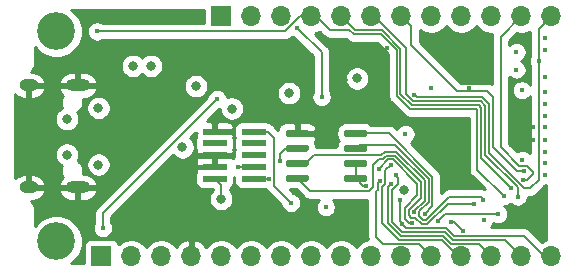
<source format=gbr>
G04 #@! TF.GenerationSoftware,KiCad,Pcbnew,(5.1.7-0-10_14)*
G04 #@! TF.CreationDate,2020-10-24T15:10:09+08:00*
G04 #@! TF.ProjectId,Feather_STM32WB55,46656174-6865-4725-9f53-544d33325742,rev?*
G04 #@! TF.SameCoordinates,Original*
G04 #@! TF.FileFunction,Copper,L4,Bot*
G04 #@! TF.FilePolarity,Positive*
%FSLAX46Y46*%
G04 Gerber Fmt 4.6, Leading zero omitted, Abs format (unit mm)*
G04 Created by KiCad (PCBNEW (5.1.7-0-10_14)) date 2020-10-24 15:10:09*
%MOMM*%
%LPD*%
G01*
G04 APERTURE LIST*
G04 #@! TA.AperFunction,ComponentPad*
%ADD10O,1.600000X1.000000*%
G04 #@! TD*
G04 #@! TA.AperFunction,ComponentPad*
%ADD11O,2.100000X1.000000*%
G04 #@! TD*
G04 #@! TA.AperFunction,ComponentPad*
%ADD12O,1.700000X1.700000*%
G04 #@! TD*
G04 #@! TA.AperFunction,ComponentPad*
%ADD13R,1.700000X1.700000*%
G04 #@! TD*
G04 #@! TA.AperFunction,ComponentPad*
%ADD14C,3.200000*%
G04 #@! TD*
G04 #@! TA.AperFunction,SMDPad,CuDef*
%ADD15R,2.000000X0.500000*%
G04 #@! TD*
G04 #@! TA.AperFunction,ViaPad*
%ADD16C,0.800000*%
G04 #@! TD*
G04 #@! TA.AperFunction,ViaPad*
%ADD17C,0.450000*%
G04 #@! TD*
G04 #@! TA.AperFunction,Conductor*
%ADD18C,0.200000*%
G04 #@! TD*
G04 #@! TA.AperFunction,Conductor*
%ADD19C,0.254000*%
G04 #@! TD*
G04 #@! TA.AperFunction,Conductor*
%ADD20C,0.100000*%
G04 #@! TD*
G04 APERTURE END LIST*
D10*
X127195000Y-97026000D03*
X127195000Y-88386000D03*
D11*
X131375000Y-97026000D03*
X131375000Y-88386000D03*
D12*
X171450000Y-82550000D03*
X168910000Y-82550000D03*
X166370000Y-82550000D03*
X163830000Y-82550000D03*
X161290000Y-82550000D03*
X158750000Y-82550000D03*
X156210000Y-82550000D03*
X153670000Y-82550000D03*
X151130000Y-82550000D03*
X148590000Y-82550000D03*
X146050000Y-82550000D03*
D13*
X143510000Y-82550000D03*
D12*
X171450000Y-102870000D03*
X168910000Y-102870000D03*
X166370000Y-102870000D03*
X163830000Y-102870000D03*
X161290000Y-102870000D03*
X158750000Y-102870000D03*
X156210000Y-102870000D03*
X153670000Y-102870000D03*
X151130000Y-102870000D03*
X148590000Y-102870000D03*
X146050000Y-102870000D03*
X143510000Y-102870000D03*
X140970000Y-102870000D03*
X138430000Y-102870000D03*
X135890000Y-102870000D03*
D13*
X133350000Y-102870000D03*
D14*
X129540000Y-83820000D03*
X129540000Y-101600000D03*
D15*
X142950000Y-96300000D03*
X146250000Y-96300000D03*
X142950000Y-95300000D03*
X146250000Y-95300000D03*
X142950000Y-94300000D03*
X146250000Y-94300000D03*
X142950000Y-93300000D03*
X146250000Y-93300000D03*
X142950000Y-92300000D03*
X146250000Y-92300000D03*
G04 #@! TA.AperFunction,SMDPad,CuDef*
G36*
G01*
X148950000Y-96405000D02*
X148950000Y-96105000D01*
G75*
G02*
X149100000Y-95955000I150000J0D01*
G01*
X150750000Y-95955000D01*
G75*
G02*
X150900000Y-96105000I0J-150000D01*
G01*
X150900000Y-96405000D01*
G75*
G02*
X150750000Y-96555000I-150000J0D01*
G01*
X149100000Y-96555000D01*
G75*
G02*
X148950000Y-96405000I0J150000D01*
G01*
G37*
G04 #@! TD.AperFunction*
G04 #@! TA.AperFunction,SMDPad,CuDef*
G36*
G01*
X148950000Y-95135000D02*
X148950000Y-94835000D01*
G75*
G02*
X149100000Y-94685000I150000J0D01*
G01*
X150750000Y-94685000D01*
G75*
G02*
X150900000Y-94835000I0J-150000D01*
G01*
X150900000Y-95135000D01*
G75*
G02*
X150750000Y-95285000I-150000J0D01*
G01*
X149100000Y-95285000D01*
G75*
G02*
X148950000Y-95135000I0J150000D01*
G01*
G37*
G04 #@! TD.AperFunction*
G04 #@! TA.AperFunction,SMDPad,CuDef*
G36*
G01*
X148950000Y-93865000D02*
X148950000Y-93565000D01*
G75*
G02*
X149100000Y-93415000I150000J0D01*
G01*
X150750000Y-93415000D01*
G75*
G02*
X150900000Y-93565000I0J-150000D01*
G01*
X150900000Y-93865000D01*
G75*
G02*
X150750000Y-94015000I-150000J0D01*
G01*
X149100000Y-94015000D01*
G75*
G02*
X148950000Y-93865000I0J150000D01*
G01*
G37*
G04 #@! TD.AperFunction*
G04 #@! TA.AperFunction,SMDPad,CuDef*
G36*
G01*
X148950000Y-92595000D02*
X148950000Y-92295000D01*
G75*
G02*
X149100000Y-92145000I150000J0D01*
G01*
X150750000Y-92145000D01*
G75*
G02*
X150900000Y-92295000I0J-150000D01*
G01*
X150900000Y-92595000D01*
G75*
G02*
X150750000Y-92745000I-150000J0D01*
G01*
X149100000Y-92745000D01*
G75*
G02*
X148950000Y-92595000I0J150000D01*
G01*
G37*
G04 #@! TD.AperFunction*
G04 #@! TA.AperFunction,SMDPad,CuDef*
G36*
G01*
X153900000Y-92595000D02*
X153900000Y-92295000D01*
G75*
G02*
X154050000Y-92145000I150000J0D01*
G01*
X155700000Y-92145000D01*
G75*
G02*
X155850000Y-92295000I0J-150000D01*
G01*
X155850000Y-92595000D01*
G75*
G02*
X155700000Y-92745000I-150000J0D01*
G01*
X154050000Y-92745000D01*
G75*
G02*
X153900000Y-92595000I0J150000D01*
G01*
G37*
G04 #@! TD.AperFunction*
G04 #@! TA.AperFunction,SMDPad,CuDef*
G36*
G01*
X153900000Y-93865000D02*
X153900000Y-93565000D01*
G75*
G02*
X154050000Y-93415000I150000J0D01*
G01*
X155700000Y-93415000D01*
G75*
G02*
X155850000Y-93565000I0J-150000D01*
G01*
X155850000Y-93865000D01*
G75*
G02*
X155700000Y-94015000I-150000J0D01*
G01*
X154050000Y-94015000D01*
G75*
G02*
X153900000Y-93865000I0J150000D01*
G01*
G37*
G04 #@! TD.AperFunction*
G04 #@! TA.AperFunction,SMDPad,CuDef*
G36*
G01*
X153900000Y-95135000D02*
X153900000Y-94835000D01*
G75*
G02*
X154050000Y-94685000I150000J0D01*
G01*
X155700000Y-94685000D01*
G75*
G02*
X155850000Y-94835000I0J-150000D01*
G01*
X155850000Y-95135000D01*
G75*
G02*
X155700000Y-95285000I-150000J0D01*
G01*
X154050000Y-95285000D01*
G75*
G02*
X153900000Y-95135000I0J150000D01*
G01*
G37*
G04 #@! TD.AperFunction*
G04 #@! TA.AperFunction,SMDPad,CuDef*
G36*
G01*
X153900000Y-96405000D02*
X153900000Y-96105000D01*
G75*
G02*
X154050000Y-95955000I150000J0D01*
G01*
X155700000Y-95955000D01*
G75*
G02*
X155850000Y-96105000I0J-150000D01*
G01*
X155850000Y-96405000D01*
G75*
G02*
X155700000Y-96555000I-150000J0D01*
G01*
X154050000Y-96555000D01*
G75*
G02*
X153900000Y-96405000I0J150000D01*
G01*
G37*
G04 #@! TD.AperFunction*
D16*
X136017000Y-86741000D03*
X137541000Y-86741000D03*
X141350000Y-88450000D03*
X130429000Y-91250000D03*
X130429000Y-94250000D03*
X144400000Y-90350000D03*
X140208000Y-93627010D03*
X133100000Y-95100000D03*
X133100000Y-90300000D03*
X149250000Y-89050000D03*
D17*
X161828144Y-99900002D03*
X166950002Y-99300000D03*
X170400002Y-86300000D03*
X159832082Y-89167918D03*
X169070864Y-96379145D03*
X147547990Y-96300000D03*
X144899998Y-95300000D03*
X156848941Y-95430413D03*
X159686680Y-100037048D03*
X149411334Y-98327906D03*
X169166551Y-95633449D03*
X168600000Y-97800000D03*
X168060527Y-97110527D03*
X132969000Y-83820000D03*
X167430357Y-97756783D03*
X149900000Y-83500000D03*
X152000000Y-89350000D03*
X158800000Y-100100000D03*
X158600000Y-98100000D03*
X158266399Y-95966399D03*
X157847999Y-96723050D03*
X157843285Y-95112136D03*
X156919143Y-96519145D03*
X163955311Y-100686967D03*
X162935807Y-99935807D03*
X133477000Y-100457000D03*
X143150000Y-89550000D03*
X164946181Y-98402010D03*
X159823888Y-99133036D03*
X160736588Y-99242748D03*
X165700000Y-98050000D03*
D16*
X141097000Y-86741000D03*
X135636000Y-93599000D03*
X137700000Y-97900000D03*
X144300000Y-99800000D03*
X164000000Y-94500000D03*
X162500000Y-94500000D03*
X162500000Y-93000000D03*
X164000000Y-93000000D03*
D17*
X170900000Y-93000000D03*
X170900000Y-94000000D03*
X170900000Y-95000000D03*
X170900000Y-96000000D03*
X170900000Y-97000000D03*
X170900000Y-98000000D03*
X169900000Y-93000000D03*
X170900000Y-91950000D03*
X169900000Y-91950000D03*
X168900000Y-91950000D03*
X170900000Y-90950000D03*
X170900000Y-89950000D03*
X170900000Y-88950000D03*
X170900000Y-87700000D03*
X170900000Y-85400000D03*
X170900000Y-84400000D03*
X166150000Y-84300000D03*
X170900000Y-99000000D03*
X170900000Y-100000000D03*
X170900000Y-101000000D03*
X164450000Y-88650000D03*
D16*
X153850000Y-87900000D03*
X139450000Y-86250000D03*
X144750000Y-87150000D03*
D17*
X140300000Y-89950000D03*
X135400000Y-90600000D03*
X153937504Y-85800004D03*
X157550000Y-85250000D03*
X157450000Y-88700000D03*
X152350000Y-100250000D03*
X155200000Y-98950000D03*
D16*
X155000000Y-87800000D03*
D17*
X168500000Y-85550000D03*
X159100000Y-92500000D03*
D16*
X143500000Y-98000000D03*
D17*
X168500000Y-87050000D03*
X168950000Y-88800000D03*
X148455380Y-94755380D03*
X168999996Y-94700000D03*
X165750000Y-99752010D03*
X161249994Y-88650000D03*
X152350000Y-98700004D03*
D16*
X159000000Y-97250000D03*
D17*
X155800000Y-96899998D03*
D18*
X163147577Y-99300000D02*
X166950002Y-99300000D01*
X162428146Y-99300000D02*
X163147577Y-99300000D01*
X161828144Y-99900002D02*
X162428146Y-99300000D01*
X170400000Y-86299998D02*
X170400002Y-86300000D01*
X170400000Y-83600000D02*
X170400000Y-86299998D01*
X171450000Y-82550000D02*
X170400000Y-83600000D01*
X166172989Y-94120510D02*
X166172989Y-89985600D01*
X170400002Y-86300000D02*
X170400002Y-96376581D01*
X170400002Y-96376581D02*
X169674581Y-97102002D01*
X166172989Y-89985600D02*
X165580306Y-89392917D01*
X169154481Y-97102002D02*
X166172989Y-94120510D01*
X165580306Y-89392917D02*
X160057081Y-89392917D01*
X160057081Y-89392917D02*
X159832082Y-89167918D01*
X169674581Y-97102002D02*
X169154481Y-97102002D01*
X169383512Y-95181448D02*
X169906784Y-95704718D01*
X167150000Y-93616896D02*
X168714552Y-95181448D01*
X167150000Y-84310000D02*
X167150000Y-93616896D01*
X169906784Y-95704718D02*
X169906784Y-95861423D01*
X169389062Y-96379145D02*
X169070864Y-96379145D01*
X169906784Y-95861423D02*
X169389062Y-96379145D01*
X168910000Y-82550000D02*
X167150000Y-84310000D01*
X168714552Y-95181448D02*
X169383512Y-95181448D01*
X146250000Y-96300000D02*
X147547990Y-96300000D01*
X146250000Y-95300000D02*
X144899998Y-95300000D01*
X159390866Y-100037048D02*
X159686680Y-100037048D01*
X160077001Y-97700965D02*
X159044867Y-98733099D01*
X158036760Y-94660134D02*
X160077001Y-96700375D01*
X156856044Y-95430413D02*
X157626323Y-94660134D01*
X159044867Y-98733099D02*
X159044867Y-99691049D01*
X160077001Y-96700375D02*
X160077001Y-97700965D01*
X157626323Y-94660134D02*
X158036760Y-94660134D01*
X159044867Y-99691049D02*
X159390866Y-100037048D01*
X156848941Y-95430413D02*
X156856044Y-95430413D01*
X146250000Y-92300000D02*
X147450000Y-92300000D01*
X148000000Y-92850000D02*
X148000000Y-96916572D01*
X147450000Y-92300000D02*
X148000000Y-92850000D01*
X148000000Y-96916572D02*
X149411334Y-98327906D01*
X158750000Y-82550000D02*
X159337822Y-82550000D01*
X166500000Y-93605312D02*
X168528137Y-95633449D01*
X166500000Y-89400000D02*
X166500000Y-93605312D01*
X166000000Y-88900000D02*
X166500000Y-89400000D01*
X168528137Y-95633449D02*
X169166551Y-95633449D01*
X159599999Y-84999999D02*
X163500000Y-88900000D01*
X163500000Y-88900000D02*
X166000000Y-88900000D01*
X159599999Y-83399999D02*
X159599999Y-84999999D01*
X158750000Y-82550000D02*
X159599999Y-83399999D01*
X156424926Y-82550000D02*
X159131001Y-85256075D01*
X159131001Y-85256075D02*
X159131001Y-89106076D01*
X165470904Y-89745978D02*
X165845978Y-90121052D01*
X156210000Y-82550000D02*
X156424926Y-82550000D01*
X159770903Y-89745978D02*
X165470904Y-89745978D01*
X168600000Y-97009984D02*
X168600000Y-97800000D01*
X159131001Y-89106076D02*
X159770903Y-89745978D01*
X165845978Y-90121052D02*
X165845978Y-94255962D01*
X165845978Y-94255962D02*
X168600000Y-97009984D01*
X153670000Y-82550000D02*
X154845001Y-83725000D01*
X159635451Y-90072988D02*
X165327408Y-90072989D01*
X157137463Y-83725000D02*
X158680992Y-85268529D01*
X154845001Y-83725000D02*
X157137463Y-83725000D01*
X158680992Y-85268529D02*
X158680992Y-89118529D01*
X165327408Y-90072989D02*
X165518967Y-90264548D01*
X165518967Y-94568967D02*
X168060527Y-97110527D01*
X165518967Y-90264548D02*
X165518967Y-94568967D01*
X158680992Y-89118529D02*
X159635451Y-90072988D01*
X148861040Y-83820000D02*
X132969000Y-83820000D01*
X151130000Y-82550000D02*
X150131040Y-82550000D01*
X150131040Y-82550000D02*
X148861040Y-83820000D01*
X165191956Y-95518382D02*
X167430357Y-97756783D01*
X161456351Y-90400000D02*
X165191956Y-90400000D01*
X160201683Y-90408034D02*
X161448317Y-90408034D01*
X159500000Y-90399999D02*
X160199676Y-90399999D01*
X158353981Y-85403981D02*
X158353981Y-89253980D01*
X154709550Y-84052011D02*
X157002011Y-84052011D01*
X152700000Y-83700000D02*
X154357539Y-83700000D01*
X151550000Y-82550000D02*
X152700000Y-83700000D01*
X165191956Y-90400000D02*
X165191956Y-95518382D01*
X157002011Y-84052011D02*
X158353981Y-85403981D01*
X151130000Y-82550000D02*
X151550000Y-82550000D01*
X154357539Y-83700000D02*
X154709550Y-84052011D01*
X160199676Y-90406027D02*
X160201683Y-90408034D01*
X161448317Y-90408034D02*
X161456351Y-90400000D01*
X160199676Y-90399999D02*
X160199676Y-90406027D01*
X158353981Y-89253980D02*
X159500000Y-90399999D01*
X152000000Y-85600000D02*
X152000000Y-89350000D01*
X149900000Y-83500000D02*
X152000000Y-85600000D01*
X158800000Y-100100000D02*
X158600000Y-99900000D01*
X158600000Y-99900000D02*
X158600000Y-98100000D01*
X159465623Y-100484955D02*
X159184955Y-100484955D01*
X169141967Y-101138977D02*
X163220013Y-101138977D01*
X159184955Y-100484955D02*
X158800000Y-100100000D01*
X162570086Y-100489050D02*
X159469718Y-100489050D01*
X170872990Y-102870000D02*
X169141967Y-101138977D01*
X159469718Y-100489050D02*
X159465623Y-100484955D01*
X163220013Y-101138977D02*
X162570086Y-100489050D01*
X157986092Y-97253921D02*
X158491398Y-96748615D01*
X167505988Y-101465988D02*
X163084561Y-101465988D01*
X158491398Y-96748615D02*
X158491398Y-96191398D01*
X157986092Y-99958648D02*
X157986092Y-97253921D01*
X162434634Y-100816061D02*
X159334266Y-100816061D01*
X159330171Y-100811966D02*
X158839410Y-100811966D01*
X158491398Y-96191398D02*
X158266399Y-95966399D01*
X158839410Y-100811966D02*
X157986092Y-99958648D01*
X168910000Y-102870000D02*
X167505988Y-101465988D01*
X159334266Y-100816061D02*
X159330171Y-100811966D01*
X163084561Y-101465988D02*
X162434634Y-100816061D01*
X157623000Y-96948049D02*
X157847999Y-96723050D01*
X165292999Y-101792999D02*
X162949109Y-101792999D01*
X162299182Y-101143072D02*
X159198814Y-101143072D01*
X158703958Y-101138977D02*
X157623000Y-100058019D01*
X166370000Y-102870000D02*
X165292999Y-101792999D01*
X159198814Y-101143072D02*
X159194719Y-101138977D01*
X159194719Y-101138977D02*
X158703958Y-101138977D01*
X162949109Y-101792999D02*
X162299182Y-101143072D01*
X157623000Y-100058019D02*
X157623000Y-96948049D01*
X157396146Y-96711106D02*
X157396146Y-95559275D01*
X163563647Y-102870000D02*
X162163730Y-101470083D01*
X158568506Y-101465988D02*
X157106024Y-100003506D01*
X162163730Y-101470083D02*
X159063362Y-101470083D01*
X159063362Y-101470083D02*
X159059267Y-101465988D01*
X157396146Y-95559275D02*
X157843285Y-95112136D01*
X157106024Y-97001227D02*
X157396146Y-96711106D01*
X157106024Y-100003506D02*
X157106024Y-97001227D01*
X159059267Y-101465988D02*
X158568506Y-101465988D01*
X163830000Y-102870000D02*
X163563647Y-102870000D01*
X156619145Y-101247145D02*
X156619145Y-97362282D01*
X160217094Y-101797094D02*
X158927910Y-101797094D01*
X156619145Y-97362282D02*
X156779013Y-97202414D01*
X158927910Y-101797094D02*
X158923815Y-101792999D01*
X156779013Y-96659275D02*
X156919143Y-96519145D01*
X161290000Y-102870000D02*
X160217094Y-101797094D01*
X157164999Y-101792999D02*
X156619145Y-101247145D01*
X156779013Y-97202414D02*
X156779013Y-96659275D01*
X158923815Y-101792999D02*
X157164999Y-101792999D01*
X163204151Y-99935807D02*
X162935807Y-99935807D01*
X163955311Y-100686967D02*
X163204151Y-99935807D01*
X133477000Y-99223000D02*
X143150000Y-89550000D01*
X133477000Y-100457000D02*
X133477000Y-99223000D01*
X160952026Y-100129012D02*
X162679028Y-98402010D01*
X156352002Y-95148770D02*
X156873761Y-94627011D01*
X156873761Y-94627011D02*
X157196983Y-94627011D01*
X159926016Y-99585038D02*
X160469990Y-100129012D01*
X160469990Y-100129012D02*
X160952026Y-100129012D01*
X162679028Y-98402010D02*
X164946181Y-98402010D01*
X159371878Y-99349990D02*
X159606926Y-99585038D01*
X156352002Y-97016964D02*
X156352002Y-95148770D01*
X156016962Y-97352004D02*
X156352002Y-97016964D01*
X160404012Y-96541436D02*
X160404012Y-97880331D01*
X159606926Y-99585038D02*
X159926016Y-99585038D01*
X151022004Y-97352004D02*
X156016962Y-97352004D01*
X159371878Y-98912465D02*
X159371878Y-99349990D01*
X157196983Y-94627011D02*
X157490871Y-94333123D01*
X149925000Y-96255000D02*
X151022004Y-97352004D01*
X157490871Y-94333123D02*
X158195699Y-94333123D01*
X160404012Y-97880331D02*
X159371878Y-98912465D01*
X158195699Y-94333123D02*
X160404012Y-96541436D01*
X150750000Y-95107000D02*
X149209000Y-95107000D01*
X159823888Y-99044686D02*
X159823888Y-99133036D01*
X157355419Y-94006112D02*
X158331151Y-94006112D01*
X157061532Y-94300000D02*
X157355419Y-94006112D01*
X160731023Y-98137551D02*
X159823888Y-99044686D01*
X160731023Y-96405984D02*
X160731023Y-98137551D01*
X150885451Y-94779990D02*
X151365441Y-94300000D01*
X158331151Y-94006112D02*
X160731023Y-96405984D01*
X151365441Y-94300000D02*
X157061532Y-94300000D01*
X149925000Y-94779990D02*
X150885451Y-94779990D01*
X157694965Y-92445000D02*
X161385045Y-96135080D01*
X161385045Y-96135080D02*
X161385045Y-98594291D01*
X161385045Y-98594291D02*
X160736588Y-99242748D01*
X154875000Y-92445000D02*
X157694965Y-92445000D01*
X161058034Y-96270532D02*
X161058034Y-98273003D01*
X160284583Y-99481142D02*
X160605442Y-99802001D01*
X165475001Y-97825001D02*
X165700000Y-98050000D01*
X160605442Y-99802001D02*
X160816574Y-99802001D01*
X154875000Y-93715000D02*
X155175000Y-93415000D01*
X155175000Y-93415000D02*
X158202502Y-93415000D01*
X160816574Y-99802001D02*
X162793574Y-97825001D01*
X161058034Y-98273003D02*
X160284583Y-99046454D01*
X158202502Y-93415000D02*
X161058034Y-96270532D01*
X162793574Y-97825001D02*
X165475001Y-97825001D01*
X160284583Y-99046454D02*
X160284583Y-99481142D01*
X155194000Y-90424000D02*
X152433000Y-90424000D01*
X162179000Y-92583000D02*
X162572000Y-92976000D01*
X160339000Y-92583000D02*
X162179000Y-92583000D01*
X143700000Y-97800000D02*
X143500000Y-98000000D01*
X143500000Y-96850000D02*
X142950000Y-96300000D01*
X143500000Y-98000000D02*
X143500000Y-96850000D01*
X148950000Y-93715000D02*
X148455380Y-94209620D01*
X149925000Y-93715000D02*
X148950000Y-93715000D01*
X148455380Y-94209620D02*
X148455380Y-94755380D01*
X154875000Y-96255000D02*
X154875000Y-94985000D01*
X158742707Y-97107299D02*
X158750000Y-97100006D01*
X158750000Y-97100006D02*
X159150006Y-97100006D01*
X154875000Y-96255000D02*
X155519998Y-96899998D01*
X155519998Y-96899998D02*
X155800000Y-96899998D01*
D19*
X142021928Y-83085000D02*
X133416954Y-83085000D01*
X133376363Y-83057878D01*
X133219853Y-82993049D01*
X133053703Y-82960000D01*
X132884297Y-82960000D01*
X132718147Y-82993049D01*
X132561637Y-83057878D01*
X132420782Y-83151995D01*
X132300995Y-83271782D01*
X132206878Y-83412637D01*
X132142049Y-83569147D01*
X132109000Y-83735297D01*
X132109000Y-83904703D01*
X132142049Y-84070853D01*
X132206878Y-84227363D01*
X132300995Y-84368218D01*
X132420782Y-84488005D01*
X132561637Y-84582122D01*
X132718147Y-84646951D01*
X132884297Y-84680000D01*
X133053703Y-84680000D01*
X133219853Y-84646951D01*
X133376363Y-84582122D01*
X133416954Y-84555000D01*
X148824935Y-84555000D01*
X148861040Y-84558556D01*
X148897145Y-84555000D01*
X149005125Y-84544365D01*
X149143673Y-84502337D01*
X149271360Y-84434087D01*
X149383278Y-84342238D01*
X149406298Y-84314188D01*
X149472092Y-84248394D01*
X149492637Y-84262122D01*
X149649147Y-84326951D01*
X149697029Y-84336475D01*
X151265000Y-85904447D01*
X151265001Y-88902045D01*
X151237878Y-88942637D01*
X151173049Y-89099147D01*
X151140000Y-89265297D01*
X151140000Y-89434703D01*
X151173049Y-89600853D01*
X151237878Y-89757363D01*
X151331995Y-89898218D01*
X151451782Y-90018005D01*
X151592637Y-90112122D01*
X151749147Y-90176951D01*
X151915297Y-90210000D01*
X152084703Y-90210000D01*
X152250853Y-90176951D01*
X152407363Y-90112122D01*
X152548218Y-90018005D01*
X152668005Y-89898218D01*
X152762122Y-89757363D01*
X152826951Y-89600853D01*
X152860000Y-89434703D01*
X152860000Y-89265297D01*
X152826951Y-89099147D01*
X152762122Y-88942637D01*
X152735000Y-88902046D01*
X152735000Y-87698061D01*
X153965000Y-87698061D01*
X153965000Y-87901939D01*
X154004774Y-88101898D01*
X154082795Y-88290256D01*
X154196063Y-88459774D01*
X154340226Y-88603937D01*
X154509744Y-88717205D01*
X154698102Y-88795226D01*
X154898061Y-88835000D01*
X155101939Y-88835000D01*
X155301898Y-88795226D01*
X155490256Y-88717205D01*
X155659774Y-88603937D01*
X155803937Y-88459774D01*
X155917205Y-88290256D01*
X155995226Y-88101898D01*
X156035000Y-87901939D01*
X156035000Y-87698061D01*
X155995226Y-87498102D01*
X155917205Y-87309744D01*
X155803937Y-87140226D01*
X155659774Y-86996063D01*
X155490256Y-86882795D01*
X155301898Y-86804774D01*
X155101939Y-86765000D01*
X154898061Y-86765000D01*
X154698102Y-86804774D01*
X154509744Y-86882795D01*
X154340226Y-86996063D01*
X154196063Y-87140226D01*
X154082795Y-87309744D01*
X154004774Y-87498102D01*
X153965000Y-87698061D01*
X152735000Y-87698061D01*
X152735000Y-85636094D01*
X152738555Y-85599999D01*
X152735000Y-85563904D01*
X152735000Y-85563895D01*
X152724365Y-85455915D01*
X152682337Y-85317367D01*
X152614087Y-85189680D01*
X152576667Y-85144084D01*
X152545253Y-85105806D01*
X152545250Y-85105803D01*
X152522237Y-85077762D01*
X152494197Y-85054750D01*
X151441565Y-84002119D01*
X151563158Y-83977932D01*
X151828555Y-83868001D01*
X152154746Y-84194193D01*
X152177762Y-84222238D01*
X152284700Y-84310000D01*
X152289680Y-84314087D01*
X152417366Y-84382337D01*
X152555915Y-84424365D01*
X152700000Y-84438556D01*
X152736105Y-84435000D01*
X154053093Y-84435000D01*
X154164291Y-84546198D01*
X154187312Y-84574249D01*
X154299230Y-84666098D01*
X154325239Y-84680000D01*
X154426916Y-84734348D01*
X154565465Y-84776376D01*
X154709550Y-84790567D01*
X154745655Y-84787011D01*
X156697565Y-84787011D01*
X157618981Y-85708428D01*
X157618982Y-89217865D01*
X157615425Y-89253980D01*
X157629616Y-89398065D01*
X157669290Y-89528849D01*
X157671645Y-89536613D01*
X157739895Y-89664300D01*
X157831744Y-89776218D01*
X157859789Y-89799234D01*
X158954746Y-90894192D01*
X158977762Y-90922237D01*
X159076297Y-91003103D01*
X159089680Y-91014086D01*
X159217366Y-91082336D01*
X159355915Y-91124364D01*
X159500000Y-91138555D01*
X159536105Y-91134999D01*
X160083996Y-91134999D01*
X160165578Y-91143034D01*
X160165587Y-91143034D01*
X160201682Y-91146589D01*
X160237777Y-91143034D01*
X161412212Y-91143034D01*
X161448317Y-91146590D01*
X161484422Y-91143034D01*
X161565993Y-91135000D01*
X164456956Y-91135000D01*
X164456957Y-95482267D01*
X164453400Y-95518382D01*
X164467591Y-95662467D01*
X164506357Y-95790258D01*
X164509620Y-95801015D01*
X164577870Y-95928702D01*
X164669719Y-96040620D01*
X164697764Y-96063636D01*
X165798790Y-97164662D01*
X165757634Y-97142664D01*
X165619086Y-97100636D01*
X165511106Y-97090001D01*
X165475001Y-97086445D01*
X165438896Y-97090001D01*
X162829668Y-97090001D01*
X162793573Y-97086446D01*
X162757478Y-97090001D01*
X162757469Y-97090001D01*
X162649489Y-97100636D01*
X162510941Y-97142664D01*
X162383254Y-97210914D01*
X162271336Y-97302763D01*
X162248320Y-97330808D01*
X162120045Y-97459083D01*
X162120045Y-96171176D01*
X162123600Y-96135079D01*
X162120045Y-96098982D01*
X162120045Y-96098975D01*
X162109410Y-95990995D01*
X162108305Y-95987350D01*
X162081057Y-95897528D01*
X162067382Y-95852447D01*
X161999132Y-95724760D01*
X161974089Y-95694245D01*
X161930298Y-95640886D01*
X161930295Y-95640883D01*
X161907282Y-95612842D01*
X161879242Y-95589830D01*
X159533841Y-93244430D01*
X159648218Y-93168005D01*
X159768005Y-93048218D01*
X159862122Y-92907363D01*
X159926951Y-92750853D01*
X159960000Y-92584703D01*
X159960000Y-92415297D01*
X159926951Y-92249147D01*
X159862122Y-92092637D01*
X159768005Y-91951782D01*
X159648218Y-91831995D01*
X159507363Y-91737878D01*
X159350853Y-91673049D01*
X159184703Y-91640000D01*
X159015297Y-91640000D01*
X158849147Y-91673049D01*
X158692637Y-91737878D01*
X158551782Y-91831995D01*
X158431995Y-91951782D01*
X158355570Y-92066159D01*
X158240224Y-91950813D01*
X158217203Y-91922762D01*
X158105285Y-91830913D01*
X157977598Y-91762663D01*
X157839050Y-91720635D01*
X157731070Y-91710000D01*
X157694965Y-91706444D01*
X157658860Y-91710000D01*
X156223439Y-91710000D01*
X156137829Y-91639742D01*
X156001582Y-91566916D01*
X155853745Y-91522071D01*
X155700000Y-91506928D01*
X154050000Y-91506928D01*
X153896255Y-91522071D01*
X153748418Y-91566916D01*
X153612171Y-91639742D01*
X153492749Y-91737749D01*
X153394742Y-91857171D01*
X153321916Y-91993418D01*
X153277071Y-92141255D01*
X153261928Y-92295000D01*
X153261928Y-92595000D01*
X153277071Y-92748745D01*
X153321916Y-92896582D01*
X153394742Y-93032829D01*
X153433454Y-93080000D01*
X153394742Y-93127171D01*
X153321916Y-93263418D01*
X153277071Y-93411255D01*
X153261928Y-93565000D01*
X151538072Y-93565000D01*
X151522929Y-93411255D01*
X151478084Y-93263418D01*
X151406270Y-93129064D01*
X151430537Y-93099494D01*
X151489502Y-92989180D01*
X151525812Y-92869482D01*
X151538072Y-92745000D01*
X151535000Y-92730750D01*
X151376250Y-92572000D01*
X150052000Y-92572000D01*
X150052000Y-92592000D01*
X149798000Y-92592000D01*
X149798000Y-92572000D01*
X149778000Y-92572000D01*
X149778000Y-92318000D01*
X149798000Y-92318000D01*
X149798000Y-91668750D01*
X150052000Y-91668750D01*
X150052000Y-92318000D01*
X151376250Y-92318000D01*
X151535000Y-92159250D01*
X151538072Y-92145000D01*
X151525812Y-92020518D01*
X151489502Y-91900820D01*
X151430537Y-91790506D01*
X151351185Y-91693815D01*
X151254494Y-91614463D01*
X151144180Y-91555498D01*
X151024482Y-91519188D01*
X150900000Y-91506928D01*
X150210750Y-91510000D01*
X150052000Y-91668750D01*
X149798000Y-91668750D01*
X149639250Y-91510000D01*
X148950000Y-91506928D01*
X148825518Y-91519188D01*
X148705820Y-91555498D01*
X148595506Y-91614463D01*
X148498815Y-91693815D01*
X148419463Y-91790506D01*
X148360498Y-91900820D01*
X148324188Y-92020518D01*
X148313947Y-92124500D01*
X147995258Y-91805812D01*
X147972238Y-91777762D01*
X147860320Y-91685913D01*
X147732633Y-91617663D01*
X147711356Y-91611209D01*
X147701185Y-91598815D01*
X147604494Y-91519463D01*
X147494180Y-91460498D01*
X147374482Y-91424188D01*
X147250000Y-91411928D01*
X145250000Y-91411928D01*
X145125518Y-91424188D01*
X145005820Y-91460498D01*
X144895506Y-91519463D01*
X144798815Y-91598815D01*
X144719463Y-91695506D01*
X144660498Y-91805820D01*
X144624188Y-91925518D01*
X144611928Y-92050000D01*
X144611928Y-92550000D01*
X144624188Y-92674482D01*
X144660498Y-92794180D01*
X144663609Y-92800000D01*
X144660498Y-92805820D01*
X144624188Y-92925518D01*
X144611928Y-93050000D01*
X144611928Y-93550000D01*
X144624188Y-93674482D01*
X144660498Y-93794180D01*
X144663609Y-93800000D01*
X144660498Y-93805820D01*
X144624188Y-93925518D01*
X144611928Y-94050000D01*
X144611928Y-94488465D01*
X144526925Y-94523675D01*
X144426250Y-94423000D01*
X144067849Y-94423000D01*
X144066933Y-94422734D01*
X143942312Y-94411974D01*
X143235750Y-94415000D01*
X143227750Y-94423000D01*
X143077000Y-94423000D01*
X143077000Y-95177000D01*
X143097000Y-95177000D01*
X143097000Y-95411928D01*
X141950000Y-95411928D01*
X141837580Y-95423000D01*
X141473750Y-95423000D01*
X141315000Y-95581750D01*
X141325734Y-95682013D01*
X141363279Y-95800618D01*
X141360498Y-95805820D01*
X141324188Y-95925518D01*
X141311928Y-96050000D01*
X141311928Y-96550000D01*
X141324188Y-96674482D01*
X141360498Y-96794180D01*
X141419463Y-96904494D01*
X141498815Y-97001185D01*
X141595506Y-97080537D01*
X141705820Y-97139502D01*
X141825518Y-97175812D01*
X141950000Y-97188072D01*
X142765001Y-97188072D01*
X142765001Y-97271288D01*
X142696063Y-97340226D01*
X142582795Y-97509744D01*
X142504774Y-97698102D01*
X142465000Y-97898061D01*
X142465000Y-98101939D01*
X142504774Y-98301898D01*
X142582795Y-98490256D01*
X142696063Y-98659774D01*
X142840226Y-98803937D01*
X143009744Y-98917205D01*
X143198102Y-98995226D01*
X143398061Y-99035000D01*
X143601939Y-99035000D01*
X143801898Y-98995226D01*
X143990256Y-98917205D01*
X144159774Y-98803937D01*
X144303937Y-98659774D01*
X144417205Y-98490256D01*
X144495226Y-98301898D01*
X144535000Y-98101939D01*
X144535000Y-97898061D01*
X144495226Y-97698102D01*
X144417205Y-97509744D01*
X144303937Y-97340226D01*
X144235000Y-97271289D01*
X144235000Y-97117683D01*
X144304494Y-97080537D01*
X144401185Y-97001185D01*
X144480537Y-96904494D01*
X144539502Y-96794180D01*
X144575812Y-96674482D01*
X144588072Y-96550000D01*
X144588072Y-96101654D01*
X144611928Y-96111535D01*
X144611928Y-96550000D01*
X144624188Y-96674482D01*
X144660498Y-96794180D01*
X144719463Y-96904494D01*
X144798815Y-97001185D01*
X144895506Y-97080537D01*
X145005820Y-97139502D01*
X145125518Y-97175812D01*
X145250000Y-97188072D01*
X147250000Y-97188072D01*
X147312422Y-97181924D01*
X147317664Y-97199205D01*
X147385914Y-97326892D01*
X147477763Y-97438810D01*
X147505808Y-97461826D01*
X148574859Y-98530878D01*
X148584383Y-98578759D01*
X148649212Y-98735269D01*
X148743329Y-98876124D01*
X148863116Y-98995911D01*
X149003971Y-99090028D01*
X149160481Y-99154857D01*
X149326631Y-99187906D01*
X149496037Y-99187906D01*
X149662187Y-99154857D01*
X149818697Y-99090028D01*
X149959552Y-98995911D01*
X150079339Y-98876124D01*
X150173456Y-98735269D01*
X150238285Y-98578759D01*
X150271334Y-98412609D01*
X150271334Y-98243203D01*
X150238285Y-98077053D01*
X150173456Y-97920543D01*
X150079339Y-97779688D01*
X149959552Y-97659901D01*
X149818697Y-97565784D01*
X149662187Y-97500955D01*
X149614306Y-97491431D01*
X149315947Y-97193072D01*
X149823626Y-97193072D01*
X150476750Y-97846197D01*
X150499766Y-97874242D01*
X150611684Y-97966091D01*
X150739371Y-98034341D01*
X150836798Y-98063895D01*
X150877919Y-98076369D01*
X151022004Y-98090560D01*
X151058109Y-98087004D01*
X151746777Y-98087004D01*
X151681995Y-98151786D01*
X151587878Y-98292641D01*
X151523049Y-98449151D01*
X151490000Y-98615301D01*
X151490000Y-98784707D01*
X151523049Y-98950857D01*
X151587878Y-99107367D01*
X151681995Y-99248222D01*
X151801782Y-99368009D01*
X151942637Y-99462126D01*
X152099147Y-99526955D01*
X152265297Y-99560004D01*
X152434703Y-99560004D01*
X152600853Y-99526955D01*
X152757363Y-99462126D01*
X152898218Y-99368009D01*
X153018005Y-99248222D01*
X153112122Y-99107367D01*
X153176951Y-98950857D01*
X153210000Y-98784707D01*
X153210000Y-98615301D01*
X153176951Y-98449151D01*
X153112122Y-98292641D01*
X153018005Y-98151786D01*
X152953223Y-98087004D01*
X155884146Y-98087004D01*
X155884145Y-101211040D01*
X155880589Y-101247145D01*
X155894780Y-101391230D01*
X155900878Y-101411332D01*
X155902613Y-101417050D01*
X155776842Y-101442068D01*
X155506589Y-101554010D01*
X155263368Y-101716525D01*
X155056525Y-101923368D01*
X154940000Y-102097760D01*
X154823475Y-101923368D01*
X154616632Y-101716525D01*
X154373411Y-101554010D01*
X154103158Y-101442068D01*
X153816260Y-101385000D01*
X153523740Y-101385000D01*
X153236842Y-101442068D01*
X152966589Y-101554010D01*
X152723368Y-101716525D01*
X152516525Y-101923368D01*
X152400000Y-102097760D01*
X152283475Y-101923368D01*
X152076632Y-101716525D01*
X151833411Y-101554010D01*
X151563158Y-101442068D01*
X151276260Y-101385000D01*
X150983740Y-101385000D01*
X150696842Y-101442068D01*
X150426589Y-101554010D01*
X150183368Y-101716525D01*
X149976525Y-101923368D01*
X149860000Y-102097760D01*
X149743475Y-101923368D01*
X149536632Y-101716525D01*
X149293411Y-101554010D01*
X149023158Y-101442068D01*
X148736260Y-101385000D01*
X148443740Y-101385000D01*
X148156842Y-101442068D01*
X147886589Y-101554010D01*
X147643368Y-101716525D01*
X147436525Y-101923368D01*
X147320000Y-102097760D01*
X147203475Y-101923368D01*
X146996632Y-101716525D01*
X146753411Y-101554010D01*
X146483158Y-101442068D01*
X146196260Y-101385000D01*
X145903740Y-101385000D01*
X145616842Y-101442068D01*
X145346589Y-101554010D01*
X145103368Y-101716525D01*
X144896525Y-101923368D01*
X144780000Y-102097760D01*
X144663475Y-101923368D01*
X144456632Y-101716525D01*
X144213411Y-101554010D01*
X143943158Y-101442068D01*
X143656260Y-101385000D01*
X143363740Y-101385000D01*
X143076842Y-101442068D01*
X142806589Y-101554010D01*
X142563368Y-101716525D01*
X142356525Y-101923368D01*
X142234805Y-102105534D01*
X142165178Y-101988645D01*
X141970269Y-101772412D01*
X141736920Y-101598359D01*
X141474099Y-101473175D01*
X141326890Y-101428524D01*
X141097000Y-101549845D01*
X141097000Y-102743000D01*
X141117000Y-102743000D01*
X141117000Y-102997000D01*
X141097000Y-102997000D01*
X141097000Y-103017000D01*
X140843000Y-103017000D01*
X140843000Y-102997000D01*
X140823000Y-102997000D01*
X140823000Y-102743000D01*
X140843000Y-102743000D01*
X140843000Y-101549845D01*
X140613110Y-101428524D01*
X140465901Y-101473175D01*
X140203080Y-101598359D01*
X139969731Y-101772412D01*
X139774822Y-101988645D01*
X139705195Y-102105534D01*
X139583475Y-101923368D01*
X139376632Y-101716525D01*
X139133411Y-101554010D01*
X138863158Y-101442068D01*
X138576260Y-101385000D01*
X138283740Y-101385000D01*
X137996842Y-101442068D01*
X137726589Y-101554010D01*
X137483368Y-101716525D01*
X137276525Y-101923368D01*
X137160000Y-102097760D01*
X137043475Y-101923368D01*
X136836632Y-101716525D01*
X136593411Y-101554010D01*
X136323158Y-101442068D01*
X136036260Y-101385000D01*
X135743740Y-101385000D01*
X135456842Y-101442068D01*
X135186589Y-101554010D01*
X134943368Y-101716525D01*
X134811513Y-101848380D01*
X134789502Y-101775820D01*
X134730537Y-101665506D01*
X134651185Y-101568815D01*
X134554494Y-101489463D01*
X134444180Y-101430498D01*
X134324482Y-101394188D01*
X134200000Y-101381928D01*
X132500000Y-101381928D01*
X132375518Y-101394188D01*
X132255820Y-101430498D01*
X132145506Y-101489463D01*
X132048815Y-101568815D01*
X131969463Y-101665506D01*
X131910498Y-101775820D01*
X131874188Y-101895518D01*
X131861928Y-102020000D01*
X131861928Y-103430000D01*
X130824105Y-103430000D01*
X130964729Y-103336038D01*
X131276038Y-103024729D01*
X131520631Y-102658669D01*
X131689110Y-102251925D01*
X131775000Y-101820128D01*
X131775000Y-101379872D01*
X131689110Y-100948075D01*
X131520631Y-100541331D01*
X131407687Y-100372297D01*
X132617000Y-100372297D01*
X132617000Y-100541703D01*
X132650049Y-100707853D01*
X132714878Y-100864363D01*
X132808995Y-101005218D01*
X132928782Y-101125005D01*
X133069637Y-101219122D01*
X133226147Y-101283951D01*
X133392297Y-101317000D01*
X133561703Y-101317000D01*
X133727853Y-101283951D01*
X133884363Y-101219122D01*
X134025218Y-101125005D01*
X134145005Y-101005218D01*
X134239122Y-100864363D01*
X134303951Y-100707853D01*
X134337000Y-100541703D01*
X134337000Y-100372297D01*
X134303951Y-100206147D01*
X134239122Y-100049637D01*
X134212000Y-100009046D01*
X134212000Y-99527446D01*
X139428363Y-94311084D01*
X139548226Y-94430947D01*
X139717744Y-94544215D01*
X139906102Y-94622236D01*
X140106061Y-94662010D01*
X140309939Y-94662010D01*
X140509898Y-94622236D01*
X140607639Y-94581750D01*
X141315000Y-94581750D01*
X141325734Y-94682013D01*
X141363083Y-94800000D01*
X141325734Y-94917987D01*
X141315000Y-95018250D01*
X141473750Y-95177000D01*
X141832151Y-95177000D01*
X141833067Y-95177266D01*
X141957688Y-95188026D01*
X142664250Y-95185000D01*
X142672250Y-95177000D01*
X142823000Y-95177000D01*
X142823000Y-94423000D01*
X142672250Y-94423000D01*
X142664250Y-94415000D01*
X141957688Y-94411974D01*
X141833067Y-94422734D01*
X141832151Y-94423000D01*
X141473750Y-94423000D01*
X141315000Y-94581750D01*
X140607639Y-94581750D01*
X140698256Y-94544215D01*
X140867774Y-94430947D01*
X141011937Y-94286784D01*
X141125205Y-94117266D01*
X141203226Y-93928908D01*
X141243000Y-93728949D01*
X141243000Y-93525071D01*
X141203226Y-93325112D01*
X141125205Y-93136754D01*
X141011937Y-92967236D01*
X140892074Y-92847373D01*
X141315000Y-92424447D01*
X141315000Y-92427002D01*
X141469748Y-92427002D01*
X141315000Y-92581750D01*
X141325734Y-92682013D01*
X141363279Y-92800618D01*
X141360498Y-92805820D01*
X141324188Y-92925518D01*
X141311928Y-93050000D01*
X141311928Y-93550000D01*
X141324188Y-93674482D01*
X141360498Y-93794180D01*
X141363279Y-93799382D01*
X141325734Y-93917987D01*
X141315000Y-94018250D01*
X141473750Y-94177000D01*
X141837580Y-94177000D01*
X141950000Y-94188072D01*
X143950000Y-94188072D01*
X144062420Y-94177000D01*
X144426250Y-94177000D01*
X144585000Y-94018250D01*
X144574266Y-93917987D01*
X144536721Y-93799382D01*
X144539502Y-93794180D01*
X144575812Y-93674482D01*
X144588072Y-93550000D01*
X144588072Y-93050000D01*
X144575812Y-92925518D01*
X144539502Y-92805820D01*
X144536721Y-92800618D01*
X144574266Y-92682013D01*
X144585000Y-92581750D01*
X144426250Y-92423000D01*
X144062420Y-92423000D01*
X143950000Y-92411928D01*
X142803000Y-92411928D01*
X142803000Y-92177000D01*
X142823000Y-92177000D01*
X142823000Y-91573750D01*
X143077000Y-91573750D01*
X143077000Y-92177000D01*
X144426250Y-92177000D01*
X144585000Y-92018250D01*
X144574266Y-91917987D01*
X144536517Y-91798736D01*
X144476228Y-91689140D01*
X144395716Y-91593412D01*
X144298076Y-91515230D01*
X144187059Y-91457599D01*
X144066933Y-91422734D01*
X143942312Y-91411974D01*
X143235750Y-91415000D01*
X143077000Y-91573750D01*
X142823000Y-91573750D01*
X142664250Y-91415000D01*
X142325896Y-91413551D01*
X143352972Y-90386475D01*
X143365000Y-90384083D01*
X143365000Y-90451939D01*
X143404774Y-90651898D01*
X143482795Y-90840256D01*
X143596063Y-91009774D01*
X143740226Y-91153937D01*
X143909744Y-91267205D01*
X144098102Y-91345226D01*
X144298061Y-91385000D01*
X144501939Y-91385000D01*
X144701898Y-91345226D01*
X144890256Y-91267205D01*
X145059774Y-91153937D01*
X145203937Y-91009774D01*
X145317205Y-90840256D01*
X145395226Y-90651898D01*
X145435000Y-90451939D01*
X145435000Y-90248061D01*
X145395226Y-90048102D01*
X145317205Y-89859744D01*
X145203937Y-89690226D01*
X145059774Y-89546063D01*
X144890256Y-89432795D01*
X144701898Y-89354774D01*
X144501939Y-89315000D01*
X144298061Y-89315000D01*
X144098102Y-89354774D01*
X143996396Y-89396902D01*
X143976951Y-89299147D01*
X143912122Y-89142637D01*
X143818005Y-89001782D01*
X143764284Y-88948061D01*
X148215000Y-88948061D01*
X148215000Y-89151939D01*
X148254774Y-89351898D01*
X148332795Y-89540256D01*
X148446063Y-89709774D01*
X148590226Y-89853937D01*
X148759744Y-89967205D01*
X148948102Y-90045226D01*
X149148061Y-90085000D01*
X149351939Y-90085000D01*
X149551898Y-90045226D01*
X149740256Y-89967205D01*
X149909774Y-89853937D01*
X150053937Y-89709774D01*
X150167205Y-89540256D01*
X150245226Y-89351898D01*
X150285000Y-89151939D01*
X150285000Y-88948061D01*
X150245226Y-88748102D01*
X150167205Y-88559744D01*
X150053937Y-88390226D01*
X149909774Y-88246063D01*
X149740256Y-88132795D01*
X149551898Y-88054774D01*
X149351939Y-88015000D01*
X149148061Y-88015000D01*
X148948102Y-88054774D01*
X148759744Y-88132795D01*
X148590226Y-88246063D01*
X148446063Y-88390226D01*
X148332795Y-88559744D01*
X148254774Y-88748102D01*
X148215000Y-88948061D01*
X143764284Y-88948061D01*
X143698218Y-88881995D01*
X143557363Y-88787878D01*
X143400853Y-88723049D01*
X143234703Y-88690000D01*
X143065297Y-88690000D01*
X142899147Y-88723049D01*
X142742637Y-88787878D01*
X142601782Y-88881995D01*
X142481995Y-89001782D01*
X142387878Y-89142637D01*
X142323049Y-89299147D01*
X142313525Y-89347028D01*
X132982808Y-98677746D01*
X132954763Y-98700762D01*
X132862914Y-98812680D01*
X132809578Y-98912465D01*
X132794664Y-98940367D01*
X132752635Y-99078915D01*
X132738444Y-99223000D01*
X132742001Y-99259115D01*
X132742000Y-100009046D01*
X132714878Y-100049637D01*
X132650049Y-100206147D01*
X132617000Y-100372297D01*
X131407687Y-100372297D01*
X131276038Y-100175271D01*
X130964729Y-99863962D01*
X130598669Y-99619369D01*
X130191925Y-99450890D01*
X129760128Y-99365000D01*
X129319872Y-99365000D01*
X128888075Y-99450890D01*
X128481331Y-99619369D01*
X128115271Y-99863962D01*
X127803962Y-100175271D01*
X127710000Y-100315895D01*
X127710000Y-98840875D01*
X127713435Y-98806000D01*
X127709107Y-98762054D01*
X127699727Y-98666816D01*
X127659128Y-98532980D01*
X127593200Y-98409637D01*
X127504474Y-98301525D01*
X127477383Y-98279292D01*
X127359091Y-98161000D01*
X127622000Y-98161000D01*
X127840987Y-98114415D01*
X128046678Y-98026003D01*
X128231169Y-97899161D01*
X128387369Y-97738764D01*
X128509276Y-97550976D01*
X128589119Y-97327874D01*
X129730881Y-97327874D01*
X129810724Y-97550976D01*
X129932631Y-97738764D01*
X130088831Y-97899161D01*
X130273322Y-98026003D01*
X130479013Y-98114415D01*
X130698000Y-98161000D01*
X131248000Y-98161000D01*
X131248000Y-97153000D01*
X131502000Y-97153000D01*
X131502000Y-98161000D01*
X132052000Y-98161000D01*
X132270987Y-98114415D01*
X132476678Y-98026003D01*
X132661169Y-97899161D01*
X132817369Y-97738764D01*
X132939276Y-97550976D01*
X133019119Y-97327874D01*
X132892954Y-97153000D01*
X131502000Y-97153000D01*
X131248000Y-97153000D01*
X129857046Y-97153000D01*
X129730881Y-97327874D01*
X128589119Y-97327874D01*
X128462954Y-97153000D01*
X127322000Y-97153000D01*
X127322000Y-97173000D01*
X127068000Y-97173000D01*
X127068000Y-97153000D01*
X127048000Y-97153000D01*
X127048000Y-96899000D01*
X127068000Y-96899000D01*
X127068000Y-95891000D01*
X127322000Y-95891000D01*
X127322000Y-96899000D01*
X128462954Y-96899000D01*
X128589119Y-96724126D01*
X128509276Y-96501024D01*
X128387369Y-96313236D01*
X128231169Y-96152839D01*
X128046678Y-96025997D01*
X127840987Y-95937585D01*
X127622000Y-95891000D01*
X127322000Y-95891000D01*
X127068000Y-95891000D01*
X126768000Y-95891000D01*
X126549013Y-95937585D01*
X126343322Y-96025997D01*
X126158831Y-96152839D01*
X126059000Y-96255352D01*
X126059000Y-94148061D01*
X129394000Y-94148061D01*
X129394000Y-94351939D01*
X129433774Y-94551898D01*
X129511795Y-94740256D01*
X129625063Y-94909774D01*
X129769226Y-95053937D01*
X129938744Y-95167205D01*
X130002566Y-95193641D01*
X129951892Y-95315978D01*
X129915000Y-95501448D01*
X129915000Y-95690552D01*
X129951892Y-95876022D01*
X130024259Y-96050731D01*
X130091335Y-96151117D01*
X130088831Y-96152839D01*
X129932631Y-96313236D01*
X129810724Y-96501024D01*
X129730881Y-96724126D01*
X129857046Y-96899000D01*
X131248000Y-96899000D01*
X131248000Y-96879000D01*
X131502000Y-96879000D01*
X131502000Y-96899000D01*
X132892954Y-96899000D01*
X133019119Y-96724126D01*
X132939276Y-96501024D01*
X132817369Y-96313236D01*
X132661169Y-96152839D01*
X132476678Y-96025997D01*
X132270987Y-95937585D01*
X132052000Y-95891000D01*
X131791904Y-95891000D01*
X131798108Y-95876022D01*
X131835000Y-95690552D01*
X131835000Y-95501448D01*
X131798108Y-95315978D01*
X131725741Y-95141269D01*
X131630053Y-94998061D01*
X132065000Y-94998061D01*
X132065000Y-95201939D01*
X132104774Y-95401898D01*
X132182795Y-95590256D01*
X132296063Y-95759774D01*
X132440226Y-95903937D01*
X132609744Y-96017205D01*
X132798102Y-96095226D01*
X132998061Y-96135000D01*
X133201939Y-96135000D01*
X133401898Y-96095226D01*
X133590256Y-96017205D01*
X133759774Y-95903937D01*
X133903937Y-95759774D01*
X134017205Y-95590256D01*
X134095226Y-95401898D01*
X134135000Y-95201939D01*
X134135000Y-94998061D01*
X134095226Y-94798102D01*
X134017205Y-94609744D01*
X133903937Y-94440226D01*
X133759774Y-94296063D01*
X133590256Y-94182795D01*
X133401898Y-94104774D01*
X133201939Y-94065000D01*
X132998061Y-94065000D01*
X132798102Y-94104774D01*
X132609744Y-94182795D01*
X132440226Y-94296063D01*
X132296063Y-94440226D01*
X132182795Y-94609744D01*
X132104774Y-94798102D01*
X132065000Y-94998061D01*
X131630053Y-94998061D01*
X131620681Y-94984036D01*
X131486964Y-94850319D01*
X131338809Y-94751325D01*
X131346205Y-94740256D01*
X131424226Y-94551898D01*
X131464000Y-94351939D01*
X131464000Y-94148061D01*
X131424226Y-93948102D01*
X131346205Y-93759744D01*
X131232937Y-93590226D01*
X131088774Y-93446063D01*
X130919256Y-93332795D01*
X130730898Y-93254774D01*
X130530939Y-93215000D01*
X130327061Y-93215000D01*
X130127102Y-93254774D01*
X129938744Y-93332795D01*
X129769226Y-93446063D01*
X129625063Y-93590226D01*
X129511795Y-93759744D01*
X129433774Y-93948102D01*
X129394000Y-94148061D01*
X126059000Y-94148061D01*
X126059000Y-91148061D01*
X129394000Y-91148061D01*
X129394000Y-91351939D01*
X129433774Y-91551898D01*
X129511795Y-91740256D01*
X129625063Y-91909774D01*
X129769226Y-92053937D01*
X129938744Y-92167205D01*
X130127102Y-92245226D01*
X130327061Y-92285000D01*
X130530939Y-92285000D01*
X130730898Y-92245226D01*
X130919256Y-92167205D01*
X131088774Y-92053937D01*
X131232937Y-91909774D01*
X131346205Y-91740256D01*
X131424226Y-91551898D01*
X131464000Y-91351939D01*
X131464000Y-91148061D01*
X131424226Y-90948102D01*
X131346205Y-90759744D01*
X131293962Y-90681557D01*
X131329731Y-90666741D01*
X131486964Y-90561681D01*
X131620681Y-90427964D01*
X131725741Y-90270731D01*
X131755841Y-90198061D01*
X132065000Y-90198061D01*
X132065000Y-90401939D01*
X132104774Y-90601898D01*
X132182795Y-90790256D01*
X132296063Y-90959774D01*
X132440226Y-91103937D01*
X132609744Y-91217205D01*
X132798102Y-91295226D01*
X132998061Y-91335000D01*
X133201939Y-91335000D01*
X133401898Y-91295226D01*
X133590256Y-91217205D01*
X133759774Y-91103937D01*
X133903937Y-90959774D01*
X134017205Y-90790256D01*
X134095226Y-90601898D01*
X134135000Y-90401939D01*
X134135000Y-90198061D01*
X134095226Y-89998102D01*
X134017205Y-89809744D01*
X133903937Y-89640226D01*
X133759774Y-89496063D01*
X133590256Y-89382795D01*
X133401898Y-89304774D01*
X133201939Y-89265000D01*
X132998061Y-89265000D01*
X132798102Y-89304774D01*
X132609744Y-89382795D01*
X132440226Y-89496063D01*
X132296063Y-89640226D01*
X132182795Y-89809744D01*
X132104774Y-89998102D01*
X132065000Y-90198061D01*
X131755841Y-90198061D01*
X131798108Y-90096022D01*
X131835000Y-89910552D01*
X131835000Y-89721448D01*
X131798108Y-89535978D01*
X131791904Y-89521000D01*
X132052000Y-89521000D01*
X132270987Y-89474415D01*
X132476678Y-89386003D01*
X132661169Y-89259161D01*
X132817369Y-89098764D01*
X132939276Y-88910976D01*
X133019119Y-88687874D01*
X132892954Y-88513000D01*
X131502000Y-88513000D01*
X131502000Y-88533000D01*
X131248000Y-88533000D01*
X131248000Y-88513000D01*
X129857046Y-88513000D01*
X129730881Y-88687874D01*
X129810724Y-88910976D01*
X129932631Y-89098764D01*
X130088831Y-89259161D01*
X130091335Y-89260883D01*
X130024259Y-89361269D01*
X129951892Y-89535978D01*
X129915000Y-89721448D01*
X129915000Y-89910552D01*
X129951892Y-90096022D01*
X130024259Y-90270731D01*
X130038202Y-90291598D01*
X129938744Y-90332795D01*
X129769226Y-90446063D01*
X129625063Y-90590226D01*
X129511795Y-90759744D01*
X129433774Y-90948102D01*
X129394000Y-91148061D01*
X126059000Y-91148061D01*
X126059000Y-89156648D01*
X126158831Y-89259161D01*
X126343322Y-89386003D01*
X126549013Y-89474415D01*
X126768000Y-89521000D01*
X127068000Y-89521000D01*
X127068000Y-88513000D01*
X127322000Y-88513000D01*
X127322000Y-89521000D01*
X127622000Y-89521000D01*
X127840987Y-89474415D01*
X128046678Y-89386003D01*
X128231169Y-89259161D01*
X128387369Y-89098764D01*
X128509276Y-88910976D01*
X128589119Y-88687874D01*
X128462954Y-88513000D01*
X127322000Y-88513000D01*
X127068000Y-88513000D01*
X127048000Y-88513000D01*
X127048000Y-88348061D01*
X140315000Y-88348061D01*
X140315000Y-88551939D01*
X140354774Y-88751898D01*
X140432795Y-88940256D01*
X140546063Y-89109774D01*
X140690226Y-89253937D01*
X140859744Y-89367205D01*
X141048102Y-89445226D01*
X141248061Y-89485000D01*
X141451939Y-89485000D01*
X141651898Y-89445226D01*
X141840256Y-89367205D01*
X142009774Y-89253937D01*
X142153937Y-89109774D01*
X142267205Y-88940256D01*
X142345226Y-88751898D01*
X142385000Y-88551939D01*
X142385000Y-88348061D01*
X142345226Y-88148102D01*
X142267205Y-87959744D01*
X142153937Y-87790226D01*
X142009774Y-87646063D01*
X141840256Y-87532795D01*
X141651898Y-87454774D01*
X141451939Y-87415000D01*
X141248061Y-87415000D01*
X141048102Y-87454774D01*
X140859744Y-87532795D01*
X140690226Y-87646063D01*
X140546063Y-87790226D01*
X140432795Y-87959744D01*
X140354774Y-88148102D01*
X140315000Y-88348061D01*
X127048000Y-88348061D01*
X127048000Y-88259000D01*
X127068000Y-88259000D01*
X127068000Y-88239000D01*
X127322000Y-88239000D01*
X127322000Y-88259000D01*
X128462954Y-88259000D01*
X128589119Y-88084126D01*
X129730881Y-88084126D01*
X129857046Y-88259000D01*
X131248000Y-88259000D01*
X131248000Y-87251000D01*
X131502000Y-87251000D01*
X131502000Y-88259000D01*
X132892954Y-88259000D01*
X133019119Y-88084126D01*
X132939276Y-87861024D01*
X132817369Y-87673236D01*
X132661169Y-87512839D01*
X132476678Y-87385997D01*
X132270987Y-87297585D01*
X132052000Y-87251000D01*
X131502000Y-87251000D01*
X131248000Y-87251000D01*
X130698000Y-87251000D01*
X130479013Y-87297585D01*
X130273322Y-87385997D01*
X130088831Y-87512839D01*
X129932631Y-87673236D01*
X129810724Y-87861024D01*
X129730881Y-88084126D01*
X128589119Y-88084126D01*
X128509276Y-87861024D01*
X128387369Y-87673236D01*
X128231169Y-87512839D01*
X128046678Y-87385997D01*
X127840987Y-87297585D01*
X127622000Y-87251000D01*
X127367091Y-87251000D01*
X127477379Y-87140712D01*
X127504475Y-87118475D01*
X127593200Y-87010363D01*
X127659128Y-86887020D01*
X127699727Y-86753184D01*
X127710000Y-86648877D01*
X127710000Y-86648875D01*
X127710966Y-86639061D01*
X134982000Y-86639061D01*
X134982000Y-86842939D01*
X135021774Y-87042898D01*
X135099795Y-87231256D01*
X135213063Y-87400774D01*
X135357226Y-87544937D01*
X135526744Y-87658205D01*
X135715102Y-87736226D01*
X135915061Y-87776000D01*
X136118939Y-87776000D01*
X136318898Y-87736226D01*
X136507256Y-87658205D01*
X136676774Y-87544937D01*
X136779000Y-87442711D01*
X136881226Y-87544937D01*
X137050744Y-87658205D01*
X137239102Y-87736226D01*
X137439061Y-87776000D01*
X137642939Y-87776000D01*
X137842898Y-87736226D01*
X138031256Y-87658205D01*
X138200774Y-87544937D01*
X138344937Y-87400774D01*
X138458205Y-87231256D01*
X138536226Y-87042898D01*
X138576000Y-86842939D01*
X138576000Y-86639061D01*
X138536226Y-86439102D01*
X138458205Y-86250744D01*
X138344937Y-86081226D01*
X138200774Y-85937063D01*
X138031256Y-85823795D01*
X137842898Y-85745774D01*
X137642939Y-85706000D01*
X137439061Y-85706000D01*
X137239102Y-85745774D01*
X137050744Y-85823795D01*
X136881226Y-85937063D01*
X136779000Y-86039289D01*
X136676774Y-85937063D01*
X136507256Y-85823795D01*
X136318898Y-85745774D01*
X136118939Y-85706000D01*
X135915061Y-85706000D01*
X135715102Y-85745774D01*
X135526744Y-85823795D01*
X135357226Y-85937063D01*
X135213063Y-86081226D01*
X135099795Y-86250744D01*
X135021774Y-86439102D01*
X134982000Y-86639061D01*
X127710966Y-86639061D01*
X127713435Y-86614000D01*
X127710000Y-86579125D01*
X127710000Y-85104105D01*
X127803962Y-85244729D01*
X128115271Y-85556038D01*
X128481331Y-85800631D01*
X128888075Y-85969110D01*
X129319872Y-86055000D01*
X129760128Y-86055000D01*
X130191925Y-85969110D01*
X130598669Y-85800631D01*
X130964729Y-85556038D01*
X131276038Y-85244729D01*
X131520631Y-84878669D01*
X131689110Y-84471925D01*
X131775000Y-84040128D01*
X131775000Y-83599872D01*
X131689110Y-83168075D01*
X131520631Y-82761331D01*
X131276038Y-82395271D01*
X130964729Y-82083962D01*
X130824105Y-81990000D01*
X142021928Y-81990000D01*
X142021928Y-83085000D01*
G04 #@! TA.AperFunction,Conductor*
D20*
G36*
X142021928Y-83085000D02*
G01*
X133416954Y-83085000D01*
X133376363Y-83057878D01*
X133219853Y-82993049D01*
X133053703Y-82960000D01*
X132884297Y-82960000D01*
X132718147Y-82993049D01*
X132561637Y-83057878D01*
X132420782Y-83151995D01*
X132300995Y-83271782D01*
X132206878Y-83412637D01*
X132142049Y-83569147D01*
X132109000Y-83735297D01*
X132109000Y-83904703D01*
X132142049Y-84070853D01*
X132206878Y-84227363D01*
X132300995Y-84368218D01*
X132420782Y-84488005D01*
X132561637Y-84582122D01*
X132718147Y-84646951D01*
X132884297Y-84680000D01*
X133053703Y-84680000D01*
X133219853Y-84646951D01*
X133376363Y-84582122D01*
X133416954Y-84555000D01*
X148824935Y-84555000D01*
X148861040Y-84558556D01*
X148897145Y-84555000D01*
X149005125Y-84544365D01*
X149143673Y-84502337D01*
X149271360Y-84434087D01*
X149383278Y-84342238D01*
X149406298Y-84314188D01*
X149472092Y-84248394D01*
X149492637Y-84262122D01*
X149649147Y-84326951D01*
X149697029Y-84336475D01*
X151265000Y-85904447D01*
X151265001Y-88902045D01*
X151237878Y-88942637D01*
X151173049Y-89099147D01*
X151140000Y-89265297D01*
X151140000Y-89434703D01*
X151173049Y-89600853D01*
X151237878Y-89757363D01*
X151331995Y-89898218D01*
X151451782Y-90018005D01*
X151592637Y-90112122D01*
X151749147Y-90176951D01*
X151915297Y-90210000D01*
X152084703Y-90210000D01*
X152250853Y-90176951D01*
X152407363Y-90112122D01*
X152548218Y-90018005D01*
X152668005Y-89898218D01*
X152762122Y-89757363D01*
X152826951Y-89600853D01*
X152860000Y-89434703D01*
X152860000Y-89265297D01*
X152826951Y-89099147D01*
X152762122Y-88942637D01*
X152735000Y-88902046D01*
X152735000Y-87698061D01*
X153965000Y-87698061D01*
X153965000Y-87901939D01*
X154004774Y-88101898D01*
X154082795Y-88290256D01*
X154196063Y-88459774D01*
X154340226Y-88603937D01*
X154509744Y-88717205D01*
X154698102Y-88795226D01*
X154898061Y-88835000D01*
X155101939Y-88835000D01*
X155301898Y-88795226D01*
X155490256Y-88717205D01*
X155659774Y-88603937D01*
X155803937Y-88459774D01*
X155917205Y-88290256D01*
X155995226Y-88101898D01*
X156035000Y-87901939D01*
X156035000Y-87698061D01*
X155995226Y-87498102D01*
X155917205Y-87309744D01*
X155803937Y-87140226D01*
X155659774Y-86996063D01*
X155490256Y-86882795D01*
X155301898Y-86804774D01*
X155101939Y-86765000D01*
X154898061Y-86765000D01*
X154698102Y-86804774D01*
X154509744Y-86882795D01*
X154340226Y-86996063D01*
X154196063Y-87140226D01*
X154082795Y-87309744D01*
X154004774Y-87498102D01*
X153965000Y-87698061D01*
X152735000Y-87698061D01*
X152735000Y-85636094D01*
X152738555Y-85599999D01*
X152735000Y-85563904D01*
X152735000Y-85563895D01*
X152724365Y-85455915D01*
X152682337Y-85317367D01*
X152614087Y-85189680D01*
X152576667Y-85144084D01*
X152545253Y-85105806D01*
X152545250Y-85105803D01*
X152522237Y-85077762D01*
X152494197Y-85054750D01*
X151441565Y-84002119D01*
X151563158Y-83977932D01*
X151828555Y-83868001D01*
X152154746Y-84194193D01*
X152177762Y-84222238D01*
X152284700Y-84310000D01*
X152289680Y-84314087D01*
X152417366Y-84382337D01*
X152555915Y-84424365D01*
X152700000Y-84438556D01*
X152736105Y-84435000D01*
X154053093Y-84435000D01*
X154164291Y-84546198D01*
X154187312Y-84574249D01*
X154299230Y-84666098D01*
X154325239Y-84680000D01*
X154426916Y-84734348D01*
X154565465Y-84776376D01*
X154709550Y-84790567D01*
X154745655Y-84787011D01*
X156697565Y-84787011D01*
X157618981Y-85708428D01*
X157618982Y-89217865D01*
X157615425Y-89253980D01*
X157629616Y-89398065D01*
X157669290Y-89528849D01*
X157671645Y-89536613D01*
X157739895Y-89664300D01*
X157831744Y-89776218D01*
X157859789Y-89799234D01*
X158954746Y-90894192D01*
X158977762Y-90922237D01*
X159076297Y-91003103D01*
X159089680Y-91014086D01*
X159217366Y-91082336D01*
X159355915Y-91124364D01*
X159500000Y-91138555D01*
X159536105Y-91134999D01*
X160083996Y-91134999D01*
X160165578Y-91143034D01*
X160165587Y-91143034D01*
X160201682Y-91146589D01*
X160237777Y-91143034D01*
X161412212Y-91143034D01*
X161448317Y-91146590D01*
X161484422Y-91143034D01*
X161565993Y-91135000D01*
X164456956Y-91135000D01*
X164456957Y-95482267D01*
X164453400Y-95518382D01*
X164467591Y-95662467D01*
X164506357Y-95790258D01*
X164509620Y-95801015D01*
X164577870Y-95928702D01*
X164669719Y-96040620D01*
X164697764Y-96063636D01*
X165798790Y-97164662D01*
X165757634Y-97142664D01*
X165619086Y-97100636D01*
X165511106Y-97090001D01*
X165475001Y-97086445D01*
X165438896Y-97090001D01*
X162829668Y-97090001D01*
X162793573Y-97086446D01*
X162757478Y-97090001D01*
X162757469Y-97090001D01*
X162649489Y-97100636D01*
X162510941Y-97142664D01*
X162383254Y-97210914D01*
X162271336Y-97302763D01*
X162248320Y-97330808D01*
X162120045Y-97459083D01*
X162120045Y-96171176D01*
X162123600Y-96135079D01*
X162120045Y-96098982D01*
X162120045Y-96098975D01*
X162109410Y-95990995D01*
X162108305Y-95987350D01*
X162081057Y-95897528D01*
X162067382Y-95852447D01*
X161999132Y-95724760D01*
X161974089Y-95694245D01*
X161930298Y-95640886D01*
X161930295Y-95640883D01*
X161907282Y-95612842D01*
X161879242Y-95589830D01*
X159533841Y-93244430D01*
X159648218Y-93168005D01*
X159768005Y-93048218D01*
X159862122Y-92907363D01*
X159926951Y-92750853D01*
X159960000Y-92584703D01*
X159960000Y-92415297D01*
X159926951Y-92249147D01*
X159862122Y-92092637D01*
X159768005Y-91951782D01*
X159648218Y-91831995D01*
X159507363Y-91737878D01*
X159350853Y-91673049D01*
X159184703Y-91640000D01*
X159015297Y-91640000D01*
X158849147Y-91673049D01*
X158692637Y-91737878D01*
X158551782Y-91831995D01*
X158431995Y-91951782D01*
X158355570Y-92066159D01*
X158240224Y-91950813D01*
X158217203Y-91922762D01*
X158105285Y-91830913D01*
X157977598Y-91762663D01*
X157839050Y-91720635D01*
X157731070Y-91710000D01*
X157694965Y-91706444D01*
X157658860Y-91710000D01*
X156223439Y-91710000D01*
X156137829Y-91639742D01*
X156001582Y-91566916D01*
X155853745Y-91522071D01*
X155700000Y-91506928D01*
X154050000Y-91506928D01*
X153896255Y-91522071D01*
X153748418Y-91566916D01*
X153612171Y-91639742D01*
X153492749Y-91737749D01*
X153394742Y-91857171D01*
X153321916Y-91993418D01*
X153277071Y-92141255D01*
X153261928Y-92295000D01*
X153261928Y-92595000D01*
X153277071Y-92748745D01*
X153321916Y-92896582D01*
X153394742Y-93032829D01*
X153433454Y-93080000D01*
X153394742Y-93127171D01*
X153321916Y-93263418D01*
X153277071Y-93411255D01*
X153261928Y-93565000D01*
X151538072Y-93565000D01*
X151522929Y-93411255D01*
X151478084Y-93263418D01*
X151406270Y-93129064D01*
X151430537Y-93099494D01*
X151489502Y-92989180D01*
X151525812Y-92869482D01*
X151538072Y-92745000D01*
X151535000Y-92730750D01*
X151376250Y-92572000D01*
X150052000Y-92572000D01*
X150052000Y-92592000D01*
X149798000Y-92592000D01*
X149798000Y-92572000D01*
X149778000Y-92572000D01*
X149778000Y-92318000D01*
X149798000Y-92318000D01*
X149798000Y-91668750D01*
X150052000Y-91668750D01*
X150052000Y-92318000D01*
X151376250Y-92318000D01*
X151535000Y-92159250D01*
X151538072Y-92145000D01*
X151525812Y-92020518D01*
X151489502Y-91900820D01*
X151430537Y-91790506D01*
X151351185Y-91693815D01*
X151254494Y-91614463D01*
X151144180Y-91555498D01*
X151024482Y-91519188D01*
X150900000Y-91506928D01*
X150210750Y-91510000D01*
X150052000Y-91668750D01*
X149798000Y-91668750D01*
X149639250Y-91510000D01*
X148950000Y-91506928D01*
X148825518Y-91519188D01*
X148705820Y-91555498D01*
X148595506Y-91614463D01*
X148498815Y-91693815D01*
X148419463Y-91790506D01*
X148360498Y-91900820D01*
X148324188Y-92020518D01*
X148313947Y-92124500D01*
X147995258Y-91805812D01*
X147972238Y-91777762D01*
X147860320Y-91685913D01*
X147732633Y-91617663D01*
X147711356Y-91611209D01*
X147701185Y-91598815D01*
X147604494Y-91519463D01*
X147494180Y-91460498D01*
X147374482Y-91424188D01*
X147250000Y-91411928D01*
X145250000Y-91411928D01*
X145125518Y-91424188D01*
X145005820Y-91460498D01*
X144895506Y-91519463D01*
X144798815Y-91598815D01*
X144719463Y-91695506D01*
X144660498Y-91805820D01*
X144624188Y-91925518D01*
X144611928Y-92050000D01*
X144611928Y-92550000D01*
X144624188Y-92674482D01*
X144660498Y-92794180D01*
X144663609Y-92800000D01*
X144660498Y-92805820D01*
X144624188Y-92925518D01*
X144611928Y-93050000D01*
X144611928Y-93550000D01*
X144624188Y-93674482D01*
X144660498Y-93794180D01*
X144663609Y-93800000D01*
X144660498Y-93805820D01*
X144624188Y-93925518D01*
X144611928Y-94050000D01*
X144611928Y-94488465D01*
X144526925Y-94523675D01*
X144426250Y-94423000D01*
X144067849Y-94423000D01*
X144066933Y-94422734D01*
X143942312Y-94411974D01*
X143235750Y-94415000D01*
X143227750Y-94423000D01*
X143077000Y-94423000D01*
X143077000Y-95177000D01*
X143097000Y-95177000D01*
X143097000Y-95411928D01*
X141950000Y-95411928D01*
X141837580Y-95423000D01*
X141473750Y-95423000D01*
X141315000Y-95581750D01*
X141325734Y-95682013D01*
X141363279Y-95800618D01*
X141360498Y-95805820D01*
X141324188Y-95925518D01*
X141311928Y-96050000D01*
X141311928Y-96550000D01*
X141324188Y-96674482D01*
X141360498Y-96794180D01*
X141419463Y-96904494D01*
X141498815Y-97001185D01*
X141595506Y-97080537D01*
X141705820Y-97139502D01*
X141825518Y-97175812D01*
X141950000Y-97188072D01*
X142765001Y-97188072D01*
X142765001Y-97271288D01*
X142696063Y-97340226D01*
X142582795Y-97509744D01*
X142504774Y-97698102D01*
X142465000Y-97898061D01*
X142465000Y-98101939D01*
X142504774Y-98301898D01*
X142582795Y-98490256D01*
X142696063Y-98659774D01*
X142840226Y-98803937D01*
X143009744Y-98917205D01*
X143198102Y-98995226D01*
X143398061Y-99035000D01*
X143601939Y-99035000D01*
X143801898Y-98995226D01*
X143990256Y-98917205D01*
X144159774Y-98803937D01*
X144303937Y-98659774D01*
X144417205Y-98490256D01*
X144495226Y-98301898D01*
X144535000Y-98101939D01*
X144535000Y-97898061D01*
X144495226Y-97698102D01*
X144417205Y-97509744D01*
X144303937Y-97340226D01*
X144235000Y-97271289D01*
X144235000Y-97117683D01*
X144304494Y-97080537D01*
X144401185Y-97001185D01*
X144480537Y-96904494D01*
X144539502Y-96794180D01*
X144575812Y-96674482D01*
X144588072Y-96550000D01*
X144588072Y-96101654D01*
X144611928Y-96111535D01*
X144611928Y-96550000D01*
X144624188Y-96674482D01*
X144660498Y-96794180D01*
X144719463Y-96904494D01*
X144798815Y-97001185D01*
X144895506Y-97080537D01*
X145005820Y-97139502D01*
X145125518Y-97175812D01*
X145250000Y-97188072D01*
X147250000Y-97188072D01*
X147312422Y-97181924D01*
X147317664Y-97199205D01*
X147385914Y-97326892D01*
X147477763Y-97438810D01*
X147505808Y-97461826D01*
X148574859Y-98530878D01*
X148584383Y-98578759D01*
X148649212Y-98735269D01*
X148743329Y-98876124D01*
X148863116Y-98995911D01*
X149003971Y-99090028D01*
X149160481Y-99154857D01*
X149326631Y-99187906D01*
X149496037Y-99187906D01*
X149662187Y-99154857D01*
X149818697Y-99090028D01*
X149959552Y-98995911D01*
X150079339Y-98876124D01*
X150173456Y-98735269D01*
X150238285Y-98578759D01*
X150271334Y-98412609D01*
X150271334Y-98243203D01*
X150238285Y-98077053D01*
X150173456Y-97920543D01*
X150079339Y-97779688D01*
X149959552Y-97659901D01*
X149818697Y-97565784D01*
X149662187Y-97500955D01*
X149614306Y-97491431D01*
X149315947Y-97193072D01*
X149823626Y-97193072D01*
X150476750Y-97846197D01*
X150499766Y-97874242D01*
X150611684Y-97966091D01*
X150739371Y-98034341D01*
X150836798Y-98063895D01*
X150877919Y-98076369D01*
X151022004Y-98090560D01*
X151058109Y-98087004D01*
X151746777Y-98087004D01*
X151681995Y-98151786D01*
X151587878Y-98292641D01*
X151523049Y-98449151D01*
X151490000Y-98615301D01*
X151490000Y-98784707D01*
X151523049Y-98950857D01*
X151587878Y-99107367D01*
X151681995Y-99248222D01*
X151801782Y-99368009D01*
X151942637Y-99462126D01*
X152099147Y-99526955D01*
X152265297Y-99560004D01*
X152434703Y-99560004D01*
X152600853Y-99526955D01*
X152757363Y-99462126D01*
X152898218Y-99368009D01*
X153018005Y-99248222D01*
X153112122Y-99107367D01*
X153176951Y-98950857D01*
X153210000Y-98784707D01*
X153210000Y-98615301D01*
X153176951Y-98449151D01*
X153112122Y-98292641D01*
X153018005Y-98151786D01*
X152953223Y-98087004D01*
X155884146Y-98087004D01*
X155884145Y-101211040D01*
X155880589Y-101247145D01*
X155894780Y-101391230D01*
X155900878Y-101411332D01*
X155902613Y-101417050D01*
X155776842Y-101442068D01*
X155506589Y-101554010D01*
X155263368Y-101716525D01*
X155056525Y-101923368D01*
X154940000Y-102097760D01*
X154823475Y-101923368D01*
X154616632Y-101716525D01*
X154373411Y-101554010D01*
X154103158Y-101442068D01*
X153816260Y-101385000D01*
X153523740Y-101385000D01*
X153236842Y-101442068D01*
X152966589Y-101554010D01*
X152723368Y-101716525D01*
X152516525Y-101923368D01*
X152400000Y-102097760D01*
X152283475Y-101923368D01*
X152076632Y-101716525D01*
X151833411Y-101554010D01*
X151563158Y-101442068D01*
X151276260Y-101385000D01*
X150983740Y-101385000D01*
X150696842Y-101442068D01*
X150426589Y-101554010D01*
X150183368Y-101716525D01*
X149976525Y-101923368D01*
X149860000Y-102097760D01*
X149743475Y-101923368D01*
X149536632Y-101716525D01*
X149293411Y-101554010D01*
X149023158Y-101442068D01*
X148736260Y-101385000D01*
X148443740Y-101385000D01*
X148156842Y-101442068D01*
X147886589Y-101554010D01*
X147643368Y-101716525D01*
X147436525Y-101923368D01*
X147320000Y-102097760D01*
X147203475Y-101923368D01*
X146996632Y-101716525D01*
X146753411Y-101554010D01*
X146483158Y-101442068D01*
X146196260Y-101385000D01*
X145903740Y-101385000D01*
X145616842Y-101442068D01*
X145346589Y-101554010D01*
X145103368Y-101716525D01*
X144896525Y-101923368D01*
X144780000Y-102097760D01*
X144663475Y-101923368D01*
X144456632Y-101716525D01*
X144213411Y-101554010D01*
X143943158Y-101442068D01*
X143656260Y-101385000D01*
X143363740Y-101385000D01*
X143076842Y-101442068D01*
X142806589Y-101554010D01*
X142563368Y-101716525D01*
X142356525Y-101923368D01*
X142234805Y-102105534D01*
X142165178Y-101988645D01*
X141970269Y-101772412D01*
X141736920Y-101598359D01*
X141474099Y-101473175D01*
X141326890Y-101428524D01*
X141097000Y-101549845D01*
X141097000Y-102743000D01*
X141117000Y-102743000D01*
X141117000Y-102997000D01*
X141097000Y-102997000D01*
X141097000Y-103017000D01*
X140843000Y-103017000D01*
X140843000Y-102997000D01*
X140823000Y-102997000D01*
X140823000Y-102743000D01*
X140843000Y-102743000D01*
X140843000Y-101549845D01*
X140613110Y-101428524D01*
X140465901Y-101473175D01*
X140203080Y-101598359D01*
X139969731Y-101772412D01*
X139774822Y-101988645D01*
X139705195Y-102105534D01*
X139583475Y-101923368D01*
X139376632Y-101716525D01*
X139133411Y-101554010D01*
X138863158Y-101442068D01*
X138576260Y-101385000D01*
X138283740Y-101385000D01*
X137996842Y-101442068D01*
X137726589Y-101554010D01*
X137483368Y-101716525D01*
X137276525Y-101923368D01*
X137160000Y-102097760D01*
X137043475Y-101923368D01*
X136836632Y-101716525D01*
X136593411Y-101554010D01*
X136323158Y-101442068D01*
X136036260Y-101385000D01*
X135743740Y-101385000D01*
X135456842Y-101442068D01*
X135186589Y-101554010D01*
X134943368Y-101716525D01*
X134811513Y-101848380D01*
X134789502Y-101775820D01*
X134730537Y-101665506D01*
X134651185Y-101568815D01*
X134554494Y-101489463D01*
X134444180Y-101430498D01*
X134324482Y-101394188D01*
X134200000Y-101381928D01*
X132500000Y-101381928D01*
X132375518Y-101394188D01*
X132255820Y-101430498D01*
X132145506Y-101489463D01*
X132048815Y-101568815D01*
X131969463Y-101665506D01*
X131910498Y-101775820D01*
X131874188Y-101895518D01*
X131861928Y-102020000D01*
X131861928Y-103430000D01*
X130824105Y-103430000D01*
X130964729Y-103336038D01*
X131276038Y-103024729D01*
X131520631Y-102658669D01*
X131689110Y-102251925D01*
X131775000Y-101820128D01*
X131775000Y-101379872D01*
X131689110Y-100948075D01*
X131520631Y-100541331D01*
X131407687Y-100372297D01*
X132617000Y-100372297D01*
X132617000Y-100541703D01*
X132650049Y-100707853D01*
X132714878Y-100864363D01*
X132808995Y-101005218D01*
X132928782Y-101125005D01*
X133069637Y-101219122D01*
X133226147Y-101283951D01*
X133392297Y-101317000D01*
X133561703Y-101317000D01*
X133727853Y-101283951D01*
X133884363Y-101219122D01*
X134025218Y-101125005D01*
X134145005Y-101005218D01*
X134239122Y-100864363D01*
X134303951Y-100707853D01*
X134337000Y-100541703D01*
X134337000Y-100372297D01*
X134303951Y-100206147D01*
X134239122Y-100049637D01*
X134212000Y-100009046D01*
X134212000Y-99527446D01*
X139428363Y-94311084D01*
X139548226Y-94430947D01*
X139717744Y-94544215D01*
X139906102Y-94622236D01*
X140106061Y-94662010D01*
X140309939Y-94662010D01*
X140509898Y-94622236D01*
X140607639Y-94581750D01*
X141315000Y-94581750D01*
X141325734Y-94682013D01*
X141363083Y-94800000D01*
X141325734Y-94917987D01*
X141315000Y-95018250D01*
X141473750Y-95177000D01*
X141832151Y-95177000D01*
X141833067Y-95177266D01*
X141957688Y-95188026D01*
X142664250Y-95185000D01*
X142672250Y-95177000D01*
X142823000Y-95177000D01*
X142823000Y-94423000D01*
X142672250Y-94423000D01*
X142664250Y-94415000D01*
X141957688Y-94411974D01*
X141833067Y-94422734D01*
X141832151Y-94423000D01*
X141473750Y-94423000D01*
X141315000Y-94581750D01*
X140607639Y-94581750D01*
X140698256Y-94544215D01*
X140867774Y-94430947D01*
X141011937Y-94286784D01*
X141125205Y-94117266D01*
X141203226Y-93928908D01*
X141243000Y-93728949D01*
X141243000Y-93525071D01*
X141203226Y-93325112D01*
X141125205Y-93136754D01*
X141011937Y-92967236D01*
X140892074Y-92847373D01*
X141315000Y-92424447D01*
X141315000Y-92427002D01*
X141469748Y-92427002D01*
X141315000Y-92581750D01*
X141325734Y-92682013D01*
X141363279Y-92800618D01*
X141360498Y-92805820D01*
X141324188Y-92925518D01*
X141311928Y-93050000D01*
X141311928Y-93550000D01*
X141324188Y-93674482D01*
X141360498Y-93794180D01*
X141363279Y-93799382D01*
X141325734Y-93917987D01*
X141315000Y-94018250D01*
X141473750Y-94177000D01*
X141837580Y-94177000D01*
X141950000Y-94188072D01*
X143950000Y-94188072D01*
X144062420Y-94177000D01*
X144426250Y-94177000D01*
X144585000Y-94018250D01*
X144574266Y-93917987D01*
X144536721Y-93799382D01*
X144539502Y-93794180D01*
X144575812Y-93674482D01*
X144588072Y-93550000D01*
X144588072Y-93050000D01*
X144575812Y-92925518D01*
X144539502Y-92805820D01*
X144536721Y-92800618D01*
X144574266Y-92682013D01*
X144585000Y-92581750D01*
X144426250Y-92423000D01*
X144062420Y-92423000D01*
X143950000Y-92411928D01*
X142803000Y-92411928D01*
X142803000Y-92177000D01*
X142823000Y-92177000D01*
X142823000Y-91573750D01*
X143077000Y-91573750D01*
X143077000Y-92177000D01*
X144426250Y-92177000D01*
X144585000Y-92018250D01*
X144574266Y-91917987D01*
X144536517Y-91798736D01*
X144476228Y-91689140D01*
X144395716Y-91593412D01*
X144298076Y-91515230D01*
X144187059Y-91457599D01*
X144066933Y-91422734D01*
X143942312Y-91411974D01*
X143235750Y-91415000D01*
X143077000Y-91573750D01*
X142823000Y-91573750D01*
X142664250Y-91415000D01*
X142325896Y-91413551D01*
X143352972Y-90386475D01*
X143365000Y-90384083D01*
X143365000Y-90451939D01*
X143404774Y-90651898D01*
X143482795Y-90840256D01*
X143596063Y-91009774D01*
X143740226Y-91153937D01*
X143909744Y-91267205D01*
X144098102Y-91345226D01*
X144298061Y-91385000D01*
X144501939Y-91385000D01*
X144701898Y-91345226D01*
X144890256Y-91267205D01*
X145059774Y-91153937D01*
X145203937Y-91009774D01*
X145317205Y-90840256D01*
X145395226Y-90651898D01*
X145435000Y-90451939D01*
X145435000Y-90248061D01*
X145395226Y-90048102D01*
X145317205Y-89859744D01*
X145203937Y-89690226D01*
X145059774Y-89546063D01*
X144890256Y-89432795D01*
X144701898Y-89354774D01*
X144501939Y-89315000D01*
X144298061Y-89315000D01*
X144098102Y-89354774D01*
X143996396Y-89396902D01*
X143976951Y-89299147D01*
X143912122Y-89142637D01*
X143818005Y-89001782D01*
X143764284Y-88948061D01*
X148215000Y-88948061D01*
X148215000Y-89151939D01*
X148254774Y-89351898D01*
X148332795Y-89540256D01*
X148446063Y-89709774D01*
X148590226Y-89853937D01*
X148759744Y-89967205D01*
X148948102Y-90045226D01*
X149148061Y-90085000D01*
X149351939Y-90085000D01*
X149551898Y-90045226D01*
X149740256Y-89967205D01*
X149909774Y-89853937D01*
X150053937Y-89709774D01*
X150167205Y-89540256D01*
X150245226Y-89351898D01*
X150285000Y-89151939D01*
X150285000Y-88948061D01*
X150245226Y-88748102D01*
X150167205Y-88559744D01*
X150053937Y-88390226D01*
X149909774Y-88246063D01*
X149740256Y-88132795D01*
X149551898Y-88054774D01*
X149351939Y-88015000D01*
X149148061Y-88015000D01*
X148948102Y-88054774D01*
X148759744Y-88132795D01*
X148590226Y-88246063D01*
X148446063Y-88390226D01*
X148332795Y-88559744D01*
X148254774Y-88748102D01*
X148215000Y-88948061D01*
X143764284Y-88948061D01*
X143698218Y-88881995D01*
X143557363Y-88787878D01*
X143400853Y-88723049D01*
X143234703Y-88690000D01*
X143065297Y-88690000D01*
X142899147Y-88723049D01*
X142742637Y-88787878D01*
X142601782Y-88881995D01*
X142481995Y-89001782D01*
X142387878Y-89142637D01*
X142323049Y-89299147D01*
X142313525Y-89347028D01*
X132982808Y-98677746D01*
X132954763Y-98700762D01*
X132862914Y-98812680D01*
X132809578Y-98912465D01*
X132794664Y-98940367D01*
X132752635Y-99078915D01*
X132738444Y-99223000D01*
X132742001Y-99259115D01*
X132742000Y-100009046D01*
X132714878Y-100049637D01*
X132650049Y-100206147D01*
X132617000Y-100372297D01*
X131407687Y-100372297D01*
X131276038Y-100175271D01*
X130964729Y-99863962D01*
X130598669Y-99619369D01*
X130191925Y-99450890D01*
X129760128Y-99365000D01*
X129319872Y-99365000D01*
X128888075Y-99450890D01*
X128481331Y-99619369D01*
X128115271Y-99863962D01*
X127803962Y-100175271D01*
X127710000Y-100315895D01*
X127710000Y-98840875D01*
X127713435Y-98806000D01*
X127709107Y-98762054D01*
X127699727Y-98666816D01*
X127659128Y-98532980D01*
X127593200Y-98409637D01*
X127504474Y-98301525D01*
X127477383Y-98279292D01*
X127359091Y-98161000D01*
X127622000Y-98161000D01*
X127840987Y-98114415D01*
X128046678Y-98026003D01*
X128231169Y-97899161D01*
X128387369Y-97738764D01*
X128509276Y-97550976D01*
X128589119Y-97327874D01*
X129730881Y-97327874D01*
X129810724Y-97550976D01*
X129932631Y-97738764D01*
X130088831Y-97899161D01*
X130273322Y-98026003D01*
X130479013Y-98114415D01*
X130698000Y-98161000D01*
X131248000Y-98161000D01*
X131248000Y-97153000D01*
X131502000Y-97153000D01*
X131502000Y-98161000D01*
X132052000Y-98161000D01*
X132270987Y-98114415D01*
X132476678Y-98026003D01*
X132661169Y-97899161D01*
X132817369Y-97738764D01*
X132939276Y-97550976D01*
X133019119Y-97327874D01*
X132892954Y-97153000D01*
X131502000Y-97153000D01*
X131248000Y-97153000D01*
X129857046Y-97153000D01*
X129730881Y-97327874D01*
X128589119Y-97327874D01*
X128462954Y-97153000D01*
X127322000Y-97153000D01*
X127322000Y-97173000D01*
X127068000Y-97173000D01*
X127068000Y-97153000D01*
X127048000Y-97153000D01*
X127048000Y-96899000D01*
X127068000Y-96899000D01*
X127068000Y-95891000D01*
X127322000Y-95891000D01*
X127322000Y-96899000D01*
X128462954Y-96899000D01*
X128589119Y-96724126D01*
X128509276Y-96501024D01*
X128387369Y-96313236D01*
X128231169Y-96152839D01*
X128046678Y-96025997D01*
X127840987Y-95937585D01*
X127622000Y-95891000D01*
X127322000Y-95891000D01*
X127068000Y-95891000D01*
X126768000Y-95891000D01*
X126549013Y-95937585D01*
X126343322Y-96025997D01*
X126158831Y-96152839D01*
X126059000Y-96255352D01*
X126059000Y-94148061D01*
X129394000Y-94148061D01*
X129394000Y-94351939D01*
X129433774Y-94551898D01*
X129511795Y-94740256D01*
X129625063Y-94909774D01*
X129769226Y-95053937D01*
X129938744Y-95167205D01*
X130002566Y-95193641D01*
X129951892Y-95315978D01*
X129915000Y-95501448D01*
X129915000Y-95690552D01*
X129951892Y-95876022D01*
X130024259Y-96050731D01*
X130091335Y-96151117D01*
X130088831Y-96152839D01*
X129932631Y-96313236D01*
X129810724Y-96501024D01*
X129730881Y-96724126D01*
X129857046Y-96899000D01*
X131248000Y-96899000D01*
X131248000Y-96879000D01*
X131502000Y-96879000D01*
X131502000Y-96899000D01*
X132892954Y-96899000D01*
X133019119Y-96724126D01*
X132939276Y-96501024D01*
X132817369Y-96313236D01*
X132661169Y-96152839D01*
X132476678Y-96025997D01*
X132270987Y-95937585D01*
X132052000Y-95891000D01*
X131791904Y-95891000D01*
X131798108Y-95876022D01*
X131835000Y-95690552D01*
X131835000Y-95501448D01*
X131798108Y-95315978D01*
X131725741Y-95141269D01*
X131630053Y-94998061D01*
X132065000Y-94998061D01*
X132065000Y-95201939D01*
X132104774Y-95401898D01*
X132182795Y-95590256D01*
X132296063Y-95759774D01*
X132440226Y-95903937D01*
X132609744Y-96017205D01*
X132798102Y-96095226D01*
X132998061Y-96135000D01*
X133201939Y-96135000D01*
X133401898Y-96095226D01*
X133590256Y-96017205D01*
X133759774Y-95903937D01*
X133903937Y-95759774D01*
X134017205Y-95590256D01*
X134095226Y-95401898D01*
X134135000Y-95201939D01*
X134135000Y-94998061D01*
X134095226Y-94798102D01*
X134017205Y-94609744D01*
X133903937Y-94440226D01*
X133759774Y-94296063D01*
X133590256Y-94182795D01*
X133401898Y-94104774D01*
X133201939Y-94065000D01*
X132998061Y-94065000D01*
X132798102Y-94104774D01*
X132609744Y-94182795D01*
X132440226Y-94296063D01*
X132296063Y-94440226D01*
X132182795Y-94609744D01*
X132104774Y-94798102D01*
X132065000Y-94998061D01*
X131630053Y-94998061D01*
X131620681Y-94984036D01*
X131486964Y-94850319D01*
X131338809Y-94751325D01*
X131346205Y-94740256D01*
X131424226Y-94551898D01*
X131464000Y-94351939D01*
X131464000Y-94148061D01*
X131424226Y-93948102D01*
X131346205Y-93759744D01*
X131232937Y-93590226D01*
X131088774Y-93446063D01*
X130919256Y-93332795D01*
X130730898Y-93254774D01*
X130530939Y-93215000D01*
X130327061Y-93215000D01*
X130127102Y-93254774D01*
X129938744Y-93332795D01*
X129769226Y-93446063D01*
X129625063Y-93590226D01*
X129511795Y-93759744D01*
X129433774Y-93948102D01*
X129394000Y-94148061D01*
X126059000Y-94148061D01*
X126059000Y-91148061D01*
X129394000Y-91148061D01*
X129394000Y-91351939D01*
X129433774Y-91551898D01*
X129511795Y-91740256D01*
X129625063Y-91909774D01*
X129769226Y-92053937D01*
X129938744Y-92167205D01*
X130127102Y-92245226D01*
X130327061Y-92285000D01*
X130530939Y-92285000D01*
X130730898Y-92245226D01*
X130919256Y-92167205D01*
X131088774Y-92053937D01*
X131232937Y-91909774D01*
X131346205Y-91740256D01*
X131424226Y-91551898D01*
X131464000Y-91351939D01*
X131464000Y-91148061D01*
X131424226Y-90948102D01*
X131346205Y-90759744D01*
X131293962Y-90681557D01*
X131329731Y-90666741D01*
X131486964Y-90561681D01*
X131620681Y-90427964D01*
X131725741Y-90270731D01*
X131755841Y-90198061D01*
X132065000Y-90198061D01*
X132065000Y-90401939D01*
X132104774Y-90601898D01*
X132182795Y-90790256D01*
X132296063Y-90959774D01*
X132440226Y-91103937D01*
X132609744Y-91217205D01*
X132798102Y-91295226D01*
X132998061Y-91335000D01*
X133201939Y-91335000D01*
X133401898Y-91295226D01*
X133590256Y-91217205D01*
X133759774Y-91103937D01*
X133903937Y-90959774D01*
X134017205Y-90790256D01*
X134095226Y-90601898D01*
X134135000Y-90401939D01*
X134135000Y-90198061D01*
X134095226Y-89998102D01*
X134017205Y-89809744D01*
X133903937Y-89640226D01*
X133759774Y-89496063D01*
X133590256Y-89382795D01*
X133401898Y-89304774D01*
X133201939Y-89265000D01*
X132998061Y-89265000D01*
X132798102Y-89304774D01*
X132609744Y-89382795D01*
X132440226Y-89496063D01*
X132296063Y-89640226D01*
X132182795Y-89809744D01*
X132104774Y-89998102D01*
X132065000Y-90198061D01*
X131755841Y-90198061D01*
X131798108Y-90096022D01*
X131835000Y-89910552D01*
X131835000Y-89721448D01*
X131798108Y-89535978D01*
X131791904Y-89521000D01*
X132052000Y-89521000D01*
X132270987Y-89474415D01*
X132476678Y-89386003D01*
X132661169Y-89259161D01*
X132817369Y-89098764D01*
X132939276Y-88910976D01*
X133019119Y-88687874D01*
X132892954Y-88513000D01*
X131502000Y-88513000D01*
X131502000Y-88533000D01*
X131248000Y-88533000D01*
X131248000Y-88513000D01*
X129857046Y-88513000D01*
X129730881Y-88687874D01*
X129810724Y-88910976D01*
X129932631Y-89098764D01*
X130088831Y-89259161D01*
X130091335Y-89260883D01*
X130024259Y-89361269D01*
X129951892Y-89535978D01*
X129915000Y-89721448D01*
X129915000Y-89910552D01*
X129951892Y-90096022D01*
X130024259Y-90270731D01*
X130038202Y-90291598D01*
X129938744Y-90332795D01*
X129769226Y-90446063D01*
X129625063Y-90590226D01*
X129511795Y-90759744D01*
X129433774Y-90948102D01*
X129394000Y-91148061D01*
X126059000Y-91148061D01*
X126059000Y-89156648D01*
X126158831Y-89259161D01*
X126343322Y-89386003D01*
X126549013Y-89474415D01*
X126768000Y-89521000D01*
X127068000Y-89521000D01*
X127068000Y-88513000D01*
X127322000Y-88513000D01*
X127322000Y-89521000D01*
X127622000Y-89521000D01*
X127840987Y-89474415D01*
X128046678Y-89386003D01*
X128231169Y-89259161D01*
X128387369Y-89098764D01*
X128509276Y-88910976D01*
X128589119Y-88687874D01*
X128462954Y-88513000D01*
X127322000Y-88513000D01*
X127068000Y-88513000D01*
X127048000Y-88513000D01*
X127048000Y-88348061D01*
X140315000Y-88348061D01*
X140315000Y-88551939D01*
X140354774Y-88751898D01*
X140432795Y-88940256D01*
X140546063Y-89109774D01*
X140690226Y-89253937D01*
X140859744Y-89367205D01*
X141048102Y-89445226D01*
X141248061Y-89485000D01*
X141451939Y-89485000D01*
X141651898Y-89445226D01*
X141840256Y-89367205D01*
X142009774Y-89253937D01*
X142153937Y-89109774D01*
X142267205Y-88940256D01*
X142345226Y-88751898D01*
X142385000Y-88551939D01*
X142385000Y-88348061D01*
X142345226Y-88148102D01*
X142267205Y-87959744D01*
X142153937Y-87790226D01*
X142009774Y-87646063D01*
X141840256Y-87532795D01*
X141651898Y-87454774D01*
X141451939Y-87415000D01*
X141248061Y-87415000D01*
X141048102Y-87454774D01*
X140859744Y-87532795D01*
X140690226Y-87646063D01*
X140546063Y-87790226D01*
X140432795Y-87959744D01*
X140354774Y-88148102D01*
X140315000Y-88348061D01*
X127048000Y-88348061D01*
X127048000Y-88259000D01*
X127068000Y-88259000D01*
X127068000Y-88239000D01*
X127322000Y-88239000D01*
X127322000Y-88259000D01*
X128462954Y-88259000D01*
X128589119Y-88084126D01*
X129730881Y-88084126D01*
X129857046Y-88259000D01*
X131248000Y-88259000D01*
X131248000Y-87251000D01*
X131502000Y-87251000D01*
X131502000Y-88259000D01*
X132892954Y-88259000D01*
X133019119Y-88084126D01*
X132939276Y-87861024D01*
X132817369Y-87673236D01*
X132661169Y-87512839D01*
X132476678Y-87385997D01*
X132270987Y-87297585D01*
X132052000Y-87251000D01*
X131502000Y-87251000D01*
X131248000Y-87251000D01*
X130698000Y-87251000D01*
X130479013Y-87297585D01*
X130273322Y-87385997D01*
X130088831Y-87512839D01*
X129932631Y-87673236D01*
X129810724Y-87861024D01*
X129730881Y-88084126D01*
X128589119Y-88084126D01*
X128509276Y-87861024D01*
X128387369Y-87673236D01*
X128231169Y-87512839D01*
X128046678Y-87385997D01*
X127840987Y-87297585D01*
X127622000Y-87251000D01*
X127367091Y-87251000D01*
X127477379Y-87140712D01*
X127504475Y-87118475D01*
X127593200Y-87010363D01*
X127659128Y-86887020D01*
X127699727Y-86753184D01*
X127710000Y-86648877D01*
X127710000Y-86648875D01*
X127710966Y-86639061D01*
X134982000Y-86639061D01*
X134982000Y-86842939D01*
X135021774Y-87042898D01*
X135099795Y-87231256D01*
X135213063Y-87400774D01*
X135357226Y-87544937D01*
X135526744Y-87658205D01*
X135715102Y-87736226D01*
X135915061Y-87776000D01*
X136118939Y-87776000D01*
X136318898Y-87736226D01*
X136507256Y-87658205D01*
X136676774Y-87544937D01*
X136779000Y-87442711D01*
X136881226Y-87544937D01*
X137050744Y-87658205D01*
X137239102Y-87736226D01*
X137439061Y-87776000D01*
X137642939Y-87776000D01*
X137842898Y-87736226D01*
X138031256Y-87658205D01*
X138200774Y-87544937D01*
X138344937Y-87400774D01*
X138458205Y-87231256D01*
X138536226Y-87042898D01*
X138576000Y-86842939D01*
X138576000Y-86639061D01*
X138536226Y-86439102D01*
X138458205Y-86250744D01*
X138344937Y-86081226D01*
X138200774Y-85937063D01*
X138031256Y-85823795D01*
X137842898Y-85745774D01*
X137642939Y-85706000D01*
X137439061Y-85706000D01*
X137239102Y-85745774D01*
X137050744Y-85823795D01*
X136881226Y-85937063D01*
X136779000Y-86039289D01*
X136676774Y-85937063D01*
X136507256Y-85823795D01*
X136318898Y-85745774D01*
X136118939Y-85706000D01*
X135915061Y-85706000D01*
X135715102Y-85745774D01*
X135526744Y-85823795D01*
X135357226Y-85937063D01*
X135213063Y-86081226D01*
X135099795Y-86250744D01*
X135021774Y-86439102D01*
X134982000Y-86639061D01*
X127710966Y-86639061D01*
X127713435Y-86614000D01*
X127710000Y-86579125D01*
X127710000Y-85104105D01*
X127803962Y-85244729D01*
X128115271Y-85556038D01*
X128481331Y-85800631D01*
X128888075Y-85969110D01*
X129319872Y-86055000D01*
X129760128Y-86055000D01*
X130191925Y-85969110D01*
X130598669Y-85800631D01*
X130964729Y-85556038D01*
X131276038Y-85244729D01*
X131520631Y-84878669D01*
X131689110Y-84471925D01*
X131775000Y-84040128D01*
X131775000Y-83599872D01*
X131689110Y-83168075D01*
X131520631Y-82761331D01*
X131276038Y-82395271D01*
X130964729Y-82083962D01*
X130824105Y-81990000D01*
X142021928Y-81990000D01*
X142021928Y-83085000D01*
G37*
G04 #@! TD.AperFunction*
D19*
X170986481Y-101454643D02*
X170746589Y-101554010D01*
X170656585Y-101614149D01*
X169687225Y-100644789D01*
X169664205Y-100616739D01*
X169552287Y-100524890D01*
X169424600Y-100456640D01*
X169286052Y-100414612D01*
X169178072Y-100403977D01*
X169141967Y-100400421D01*
X169105862Y-100403977D01*
X166314256Y-100403977D01*
X166418005Y-100300228D01*
X166512122Y-100159373D01*
X166550975Y-100065575D01*
X166699149Y-100126951D01*
X166865299Y-100160000D01*
X167034705Y-100160000D01*
X167200855Y-100126951D01*
X167357365Y-100062122D01*
X167498220Y-99968005D01*
X167618007Y-99848218D01*
X167712124Y-99707363D01*
X167776953Y-99550853D01*
X167810002Y-99384703D01*
X167810002Y-99215297D01*
X167776953Y-99049147D01*
X167712124Y-98892637D01*
X167618007Y-98751782D01*
X167498220Y-98631995D01*
X167475454Y-98616783D01*
X167515060Y-98616783D01*
X167681210Y-98583734D01*
X167837720Y-98518905D01*
X167978575Y-98424788D01*
X167993570Y-98409793D01*
X168051782Y-98468005D01*
X168192637Y-98562122D01*
X168349147Y-98626951D01*
X168515297Y-98660000D01*
X168684703Y-98660000D01*
X168850853Y-98626951D01*
X169007363Y-98562122D01*
X169148218Y-98468005D01*
X169268005Y-98348218D01*
X169362122Y-98207363D01*
X169426951Y-98050853D01*
X169460000Y-97884703D01*
X169460000Y-97837002D01*
X169638476Y-97837002D01*
X169674581Y-97840558D01*
X169710686Y-97837002D01*
X169818666Y-97826367D01*
X169957214Y-97784339D01*
X170084901Y-97716089D01*
X170196819Y-97624240D01*
X170219839Y-97596190D01*
X170894195Y-96921835D01*
X170922240Y-96898819D01*
X171006135Y-96796592D01*
X170986481Y-101454643D01*
G04 #@! TA.AperFunction,Conductor*
D20*
G36*
X170986481Y-101454643D02*
G01*
X170746589Y-101554010D01*
X170656585Y-101614149D01*
X169687225Y-100644789D01*
X169664205Y-100616739D01*
X169552287Y-100524890D01*
X169424600Y-100456640D01*
X169286052Y-100414612D01*
X169178072Y-100403977D01*
X169141967Y-100400421D01*
X169105862Y-100403977D01*
X166314256Y-100403977D01*
X166418005Y-100300228D01*
X166512122Y-100159373D01*
X166550975Y-100065575D01*
X166699149Y-100126951D01*
X166865299Y-100160000D01*
X167034705Y-100160000D01*
X167200855Y-100126951D01*
X167357365Y-100062122D01*
X167498220Y-99968005D01*
X167618007Y-99848218D01*
X167712124Y-99707363D01*
X167776953Y-99550853D01*
X167810002Y-99384703D01*
X167810002Y-99215297D01*
X167776953Y-99049147D01*
X167712124Y-98892637D01*
X167618007Y-98751782D01*
X167498220Y-98631995D01*
X167475454Y-98616783D01*
X167515060Y-98616783D01*
X167681210Y-98583734D01*
X167837720Y-98518905D01*
X167978575Y-98424788D01*
X167993570Y-98409793D01*
X168051782Y-98468005D01*
X168192637Y-98562122D01*
X168349147Y-98626951D01*
X168515297Y-98660000D01*
X168684703Y-98660000D01*
X168850853Y-98626951D01*
X169007363Y-98562122D01*
X169148218Y-98468005D01*
X169268005Y-98348218D01*
X169362122Y-98207363D01*
X169426951Y-98050853D01*
X169460000Y-97884703D01*
X169460000Y-97837002D01*
X169638476Y-97837002D01*
X169674581Y-97840558D01*
X169710686Y-97837002D01*
X169818666Y-97826367D01*
X169957214Y-97784339D01*
X170084901Y-97716089D01*
X170196819Y-97624240D01*
X170219839Y-97596190D01*
X170894195Y-96921835D01*
X170922240Y-96898819D01*
X171006135Y-96796592D01*
X170986481Y-101454643D01*
G37*
G04 #@! TD.AperFunction*
D19*
X169665001Y-85852048D02*
X169637880Y-85892637D01*
X169573051Y-86049147D01*
X169540002Y-86215297D01*
X169540002Y-86384703D01*
X169573051Y-86550853D01*
X169637880Y-86707363D01*
X169665002Y-86747954D01*
X169665002Y-88322118D01*
X169618005Y-88251782D01*
X169498218Y-88131995D01*
X169357363Y-88037878D01*
X169200853Y-87973049D01*
X169034703Y-87940000D01*
X168865297Y-87940000D01*
X168699147Y-87973049D01*
X168542637Y-88037878D01*
X168401782Y-88131995D01*
X168281995Y-88251782D01*
X168187878Y-88392637D01*
X168123049Y-88549147D01*
X168090000Y-88715297D01*
X168090000Y-88884703D01*
X168123049Y-89050853D01*
X168187878Y-89207363D01*
X168281995Y-89348218D01*
X168401782Y-89468005D01*
X168542637Y-89562122D01*
X168699147Y-89626951D01*
X168865297Y-89660000D01*
X169034703Y-89660000D01*
X169200853Y-89626951D01*
X169357363Y-89562122D01*
X169498218Y-89468005D01*
X169618005Y-89348218D01*
X169665002Y-89277882D01*
X169665003Y-94148784D01*
X169548214Y-94031995D01*
X169407359Y-93937878D01*
X169250849Y-93873049D01*
X169084699Y-93840000D01*
X168915293Y-93840000D01*
X168749143Y-93873049D01*
X168592633Y-93937878D01*
X168543355Y-93970805D01*
X167885000Y-93312450D01*
X167885000Y-87651223D01*
X167951782Y-87718005D01*
X168092637Y-87812122D01*
X168249147Y-87876951D01*
X168415297Y-87910000D01*
X168584703Y-87910000D01*
X168750853Y-87876951D01*
X168907363Y-87812122D01*
X169048218Y-87718005D01*
X169168005Y-87598218D01*
X169262122Y-87457363D01*
X169326951Y-87300853D01*
X169360000Y-87134703D01*
X169360000Y-86965297D01*
X169326951Y-86799147D01*
X169262122Y-86642637D01*
X169168005Y-86501782D01*
X169048218Y-86381995D01*
X168925505Y-86300000D01*
X169048218Y-86218005D01*
X169168005Y-86098218D01*
X169262122Y-85957363D01*
X169326951Y-85800853D01*
X169360000Y-85634703D01*
X169360000Y-85465297D01*
X169326951Y-85299147D01*
X169262122Y-85142637D01*
X169168005Y-85001782D01*
X169048218Y-84881995D01*
X168907363Y-84787878D01*
X168750853Y-84723049D01*
X168584703Y-84690000D01*
X168415297Y-84690000D01*
X168249147Y-84723049D01*
X168092637Y-84787878D01*
X167951782Y-84881995D01*
X167885000Y-84948777D01*
X167885000Y-84614446D01*
X168514103Y-83985344D01*
X168763740Y-84035000D01*
X169056260Y-84035000D01*
X169343158Y-83977932D01*
X169613411Y-83865990D01*
X169665000Y-83831519D01*
X169665001Y-85852048D01*
G04 #@! TA.AperFunction,Conductor*
D20*
G36*
X169665001Y-85852048D02*
G01*
X169637880Y-85892637D01*
X169573051Y-86049147D01*
X169540002Y-86215297D01*
X169540002Y-86384703D01*
X169573051Y-86550853D01*
X169637880Y-86707363D01*
X169665002Y-86747954D01*
X169665002Y-88322118D01*
X169618005Y-88251782D01*
X169498218Y-88131995D01*
X169357363Y-88037878D01*
X169200853Y-87973049D01*
X169034703Y-87940000D01*
X168865297Y-87940000D01*
X168699147Y-87973049D01*
X168542637Y-88037878D01*
X168401782Y-88131995D01*
X168281995Y-88251782D01*
X168187878Y-88392637D01*
X168123049Y-88549147D01*
X168090000Y-88715297D01*
X168090000Y-88884703D01*
X168123049Y-89050853D01*
X168187878Y-89207363D01*
X168281995Y-89348218D01*
X168401782Y-89468005D01*
X168542637Y-89562122D01*
X168699147Y-89626951D01*
X168865297Y-89660000D01*
X169034703Y-89660000D01*
X169200853Y-89626951D01*
X169357363Y-89562122D01*
X169498218Y-89468005D01*
X169618005Y-89348218D01*
X169665002Y-89277882D01*
X169665003Y-94148784D01*
X169548214Y-94031995D01*
X169407359Y-93937878D01*
X169250849Y-93873049D01*
X169084699Y-93840000D01*
X168915293Y-93840000D01*
X168749143Y-93873049D01*
X168592633Y-93937878D01*
X168543355Y-93970805D01*
X167885000Y-93312450D01*
X167885000Y-87651223D01*
X167951782Y-87718005D01*
X168092637Y-87812122D01*
X168249147Y-87876951D01*
X168415297Y-87910000D01*
X168584703Y-87910000D01*
X168750853Y-87876951D01*
X168907363Y-87812122D01*
X169048218Y-87718005D01*
X169168005Y-87598218D01*
X169262122Y-87457363D01*
X169326951Y-87300853D01*
X169360000Y-87134703D01*
X169360000Y-86965297D01*
X169326951Y-86799147D01*
X169262122Y-86642637D01*
X169168005Y-86501782D01*
X169048218Y-86381995D01*
X168925505Y-86300000D01*
X169048218Y-86218005D01*
X169168005Y-86098218D01*
X169262122Y-85957363D01*
X169326951Y-85800853D01*
X169360000Y-85634703D01*
X169360000Y-85465297D01*
X169326951Y-85299147D01*
X169262122Y-85142637D01*
X169168005Y-85001782D01*
X169048218Y-84881995D01*
X168907363Y-84787878D01*
X168750853Y-84723049D01*
X168584703Y-84690000D01*
X168415297Y-84690000D01*
X168249147Y-84723049D01*
X168092637Y-84787878D01*
X167951782Y-84881995D01*
X167885000Y-84948777D01*
X167885000Y-84614446D01*
X168514103Y-83985344D01*
X168763740Y-84035000D01*
X169056260Y-84035000D01*
X169343158Y-83977932D01*
X169613411Y-83865990D01*
X169665000Y-83831519D01*
X169665001Y-85852048D01*
G37*
G04 #@! TD.AperFunction*
D19*
X165216525Y-83496632D02*
X165423368Y-83703475D01*
X165666589Y-83865990D01*
X165936842Y-83977932D01*
X166223740Y-84035000D01*
X166465348Y-84035000D01*
X166460188Y-84052011D01*
X166425635Y-84165915D01*
X166411444Y-84310000D01*
X166415000Y-84346105D01*
X166415000Y-88289754D01*
X166410320Y-88285913D01*
X166282633Y-88217663D01*
X166144085Y-88175635D01*
X166036105Y-88165000D01*
X166000000Y-88161444D01*
X165963895Y-88165000D01*
X163804447Y-88165000D01*
X160334999Y-84695553D01*
X160334999Y-83695106D01*
X160343368Y-83703475D01*
X160586589Y-83865990D01*
X160856842Y-83977932D01*
X161143740Y-84035000D01*
X161436260Y-84035000D01*
X161723158Y-83977932D01*
X161993411Y-83865990D01*
X162236632Y-83703475D01*
X162443475Y-83496632D01*
X162560000Y-83322240D01*
X162676525Y-83496632D01*
X162883368Y-83703475D01*
X163126589Y-83865990D01*
X163396842Y-83977932D01*
X163683740Y-84035000D01*
X163976260Y-84035000D01*
X164263158Y-83977932D01*
X164533411Y-83865990D01*
X164776632Y-83703475D01*
X164983475Y-83496632D01*
X165100000Y-83322240D01*
X165216525Y-83496632D01*
G04 #@! TA.AperFunction,Conductor*
D20*
G36*
X165216525Y-83496632D02*
G01*
X165423368Y-83703475D01*
X165666589Y-83865990D01*
X165936842Y-83977932D01*
X166223740Y-84035000D01*
X166465348Y-84035000D01*
X166460188Y-84052011D01*
X166425635Y-84165915D01*
X166411444Y-84310000D01*
X166415000Y-84346105D01*
X166415000Y-88289754D01*
X166410320Y-88285913D01*
X166282633Y-88217663D01*
X166144085Y-88175635D01*
X166036105Y-88165000D01*
X166000000Y-88161444D01*
X165963895Y-88165000D01*
X163804447Y-88165000D01*
X160334999Y-84695553D01*
X160334999Y-83695106D01*
X160343368Y-83703475D01*
X160586589Y-83865990D01*
X160856842Y-83977932D01*
X161143740Y-84035000D01*
X161436260Y-84035000D01*
X161723158Y-83977932D01*
X161993411Y-83865990D01*
X162236632Y-83703475D01*
X162443475Y-83496632D01*
X162560000Y-83322240D01*
X162676525Y-83496632D01*
X162883368Y-83703475D01*
X163126589Y-83865990D01*
X163396842Y-83977932D01*
X163683740Y-84035000D01*
X163976260Y-84035000D01*
X164263158Y-83977932D01*
X164533411Y-83865990D01*
X164776632Y-83703475D01*
X164983475Y-83496632D01*
X165100000Y-83322240D01*
X165216525Y-83496632D01*
G37*
G04 #@! TD.AperFunction*
M02*

</source>
